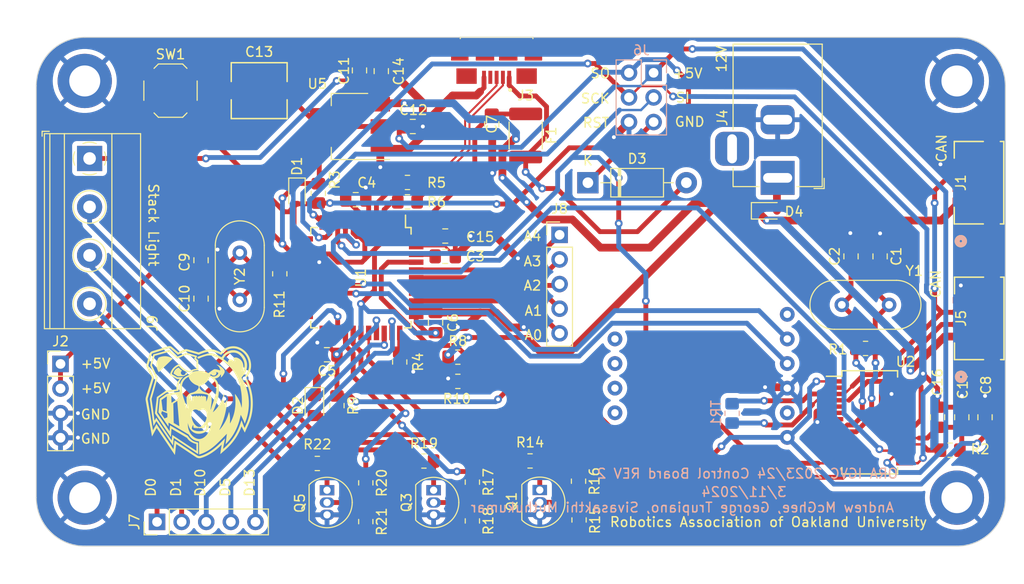
<source format=kicad_pcb>
(kicad_pcb (version 20240108) (generator "pcbnew") (generator_version "8.0")
  (layers (0 "F.Cu" signal) (31 "B.Cu" signal) (34 "B.Paste" user) (35 "F.Paste" user) (36 "B.SilkS" user "B.Silkscreen") (37 "F.SilkS" user "F.Silkscreen") (38 "B.Mask" user) (39 "F.Mask" user) (44 "Edge.Cuts" user))
  (net 0 "")
  (net 2 "Net-(U1-UCAP)")
  (net 3 "Net-(D2-A)")
  (net 4 "RST")
  (net 5 "Net-(Q1-D)")
  (net 6 "IMU_SCL")
  (net 7 "IMU_SDA")
  (net 9 "XTAL1")
  (net 10 "Net-(U1-~{HWB}{slash}PE2)")
  (net 11 "Net-(U1-AREF)")
  (net 12 "Net-(D3-A)")
  (net 15 "Net-(Q1-G)")
  (net 16 "LED_R")
  (net 17 "Net-(Q3-D)")
  (net 21 "CAN_L")
  (net 22 "CAN_H")
  (net 23 "Net-(U2-OSC2)")
  (net 24 "Net-(U2-OSC1)")
  (net 25 "Net-(U2-~{RESET})")
  (net 26 "CAN_INT")
  (net 27 "CAN_SCK")
  (net 28 "CAN_SI")
  (net 29 "CAN_SO")
  (net 30 "CAN_CS")
  (net 31 "+5V")
  (net 32 "GND")
  (net 33 "XTAL2")
  (net 35 "D+")
  (net 36 "D-")
  (net 39 "(USB) D-")
  (net 40 "(USB) D+")
  (net 41 "PWRIN")
  (net 42 "Net-(D4-A)")
  (net 43 "Norm_Voltage")
  (net 44 "Net-(Q3-G)")
  (net 46 "Net-(Q5-D)")
  (net 47 "Net-(Q5-G)")
  (net 48 "LED_G")
  (net 49 "LEDPWR_R")
  (net 50 "LED_B")
  (net 51 "LEDPWR_G")
  (net 52 "D0")
  (net 53 "D1")
  (net 54 "D10")
  (net 55 "D5")
  (net 56 "D13")
  (net 57 "A0")
  (net 58 "A1")
  (net 59 "A2")
  (net 60 "A3")
  (net 61 "A4")
  (net 67 "Net-(U2-TXD)")
  (net 68 "Net-(U2-RXD)")
  (net 72 "LEDPWR_B")
  (footprint "Package_QFP:TQFP-44_10x10mm_P0.8mm" (layer "F.Cu") (at 123.5 74.8 -90)
    (property "Reference" "U1")
    (property "Value" "ATmega32U4-A")
  )
  (footprint "Button_Switch_SMD:SW_SPST_TL3342" (layer "F.Cu") (at 103.85 55.5)
    (property "Reference" "SW1")
    (property "Value" "Reset")
  )
  (footprint "Capacitor_SMD:C_0805_2012Metric_Pad1.18x1.45mm_HandSolder" (layer "F.Cu") (at 137 58.9625 -90)
    (property "Reference" "C7")
    (property "Value" "10uF")
  )
  (footprint "Package_TO_SOT_THT:TO-92_Inline" (layer "F.Cu") (at 131 96.73 -90)
    (property "Reference" "Q3")
    (property "Value" "BS170")
  )
  (footprint "Capacitor_SMD:C_0805_2012Metric_Pad1.18x1.45mm_HandSolder" (layer "F.Cu") (at 107 76.9625 -90)
    (property "Reference" "C10")
    (property "Value" "22pF")
  )
  (footprint "Package_SO:SSOP-28_5.3x10.2mm_P0.65mm" (layer "F.Cu") (at 176 89.725)
    (property "Reference" "U2")
    (property "Value" "MCP25625-x-SS")
  )
  (footprint "MountingHole:MountingHole_3.2mm_M3_DIN965_Pad" (layer "F.Cu") (at 185 97.5)
    (property "Reference" "H1" (hide yes))
    (property "Value" "MountingHole_Pad")
  )
  (footprint "Crystal:Crystal_HC49-4H_Vertical" (layer "F.Cu") (at 173.12 77.6)
    (property "Reference" "Y1")
    (property "Value" "8Mhz")
  )
  (footprint "Capacitor_SMD:C_0805_2012Metric_Pad1.18x1.45mm_HandSolder" (layer "F.Cu") (at 177.07 72.6 -90)
    (property "Reference" "C1")
    (property "Value" "22pF")
  )
  (footprint "Capacitor_SMD:C_0805_2012Metric_Pad1.18x1.45mm_HandSolder" (layer "F.Cu") (at 107 73 -90)
    (property "Reference" "C9")
    (property "Value" "22pF")
  )
  (footprint "Resistor_SMD:R_0805_2012Metric_Pad1.20x1.40mm_HandSolder" (layer "F.Cu") (at 145.9525 95.8 -90)
    (property "Reference" "R16")
    (property "Value" "1k")
  )
  (footprint "Resistor_SMD:R_0805_2012Metric_Pad1.20x1.40mm_HandSolder" (layer "F.Cu") (at 115.125 74.4 -90)
    (property "Reference" "R11")
    (property "Value" "1M")
  )
  (footprint "MountingHole:MountingHole_3.2mm_M3_DIN965_Pad" (layer "F.Cu") (at 95 54.5)
    (property "Reference" "H3" (hide yes))
    (property "Value" "MountingHole_Pad")
  )
  (footprint "Package_TO_SOT_THT:TO-92_Inline" (layer "F.Cu") (at 120 96.73 -90)
    (property "Reference" "Q5")
    (property "Value" "BS170")
  )
  (footprint "MountingHole:MountingHole_3.2mm_M3_DIN965_Pad" (layer "F.Cu") (at 95 97.5)
    (property "Reference" "H2" (hide yes))
    (property "Value" "MountingHole_Pad")
  )
  (footprint "Package_TO_SOT_SMD:SOT-223-3_TabPin2" (layer "F.Cu") (at 122.35 59.2 180)
    (property "Reference" "U5")
    (property "Value" "NCP1117-5.0_SOT223")
  )
  (footprint "Capacitor_SMD:C_0805_2012Metric_Pad1.18x1.45mm_HandSolder" (layer "F.Cu") (at 187.9 89.2 90)
    (property "Reference" "C8")
    (property "Value" "100nF")
  )
  (footprint "Resistor_SMD:R_0805_2012Metric_Pad1.20x1.40mm_HandSolder" (layer "F.Cu") (at 121.025 88 -90)
    (property "Reference" "R9")
    (property "Value" "470")
  )
  (footprint "Capacitor_SMD:C_0805_2012Metric_Pad1.18x1.45mm_HandSolder" (layer "F.Cu") (at 122.9625 66.75 180)
    (property "Reference" "C4")
    (property "Value" "1uF")
  )
  (footprint "Resistor_SMD:R_0805_2012Metric_Pad1.20x1.40mm_HandSolder" (layer "F.Cu") (at 133.5 83)
    (property "Reference" "R8")
    (property "Value" "2.2k")
  )
  (footprint "Resistor_SMD:R_0805_2012Metric_Pad1.20x1.40mm_HandSolder" (layer "F.Cu") (at 135 99.9 -90)
    (property "Reference" "R18")
    (property "Value" "10k")
  )
  (footprint "Crystal:Crystal_HC49-4H_Vertical" (layer "F.Cu") (at 111 77.1 90)
    (property "Reference" "Y2")
    (property "Value" "16MHz")
  )
  (footprint "AdditionalParts:AMPHENOL_10118192-0002LF" (layer "F.Cu") (at 137.5 54.125 180)
    (property "Reference" "J3")
    (property "Value" "USB_B_Micro")
  )
  (footprint "Resistor_SMD:R_0805_2012Metric_Pad1.20x1.40mm_HandSolder" (layer "F.Cu") (at 175.57 82.1)
    (property "Reference" "R1")
    (property "Value" "1M")
  )
  (footprint "Resistor_SMD:R_0805_2012Metric_Pad1.20x1.40mm_HandSolder" (layer "F.Cu") (at 119 93.97)
    (property "Reference" "R22")
    (property "Value" "10k")
  )
  (footprint "Capacitor_SMD:C_0805_2012Metric_Pad1.18x1.45mm_HandSolder" (layer "F.Cu") (at 174.07 72.6 90)
    (property "Reference" "C2")
    (property "Value" "22pF")
  )
  (footprint "AdditionalParts:CONN_SM04B-GHS-TB_JST" (layer "F.Cu") (at 187.3 79 90)
    (property "Reference" "J5")
    (property "Value" "SM04B-GHS-TB")
  )
  (footprint "Custom_Parts:IMU_MOUNT" (layer "F.Cu") (at 148.44 97.63 90)
    (property "Reference" "U6" (hide yes))
    (property "Value" "IMU_MOUNT")
  )
  (footprint "Connector_PinHeader_2.54mm:PinHeader_1x04_P2.54mm_Vertical" (layer "F.Cu") (at 92.5 83.7)
    (property "Reference" "J2")
    (property "Value" "Conn_01x04_Pin")
  )
  (footprint "Connector_BarrelJack:BarrelJack_Horizontal" (layer "F.Cu") (at 166.5 64.5 -90)
    (property "Reference" "J4")
    (property "Value" "12V")
  )
  (footprint "Capacitor_SMD:C_0805_2012Metric_Pad1.18x1.45mm_HandSolder" (layer "F.Cu") (at 125.6 53.4875 -90)
    (property "Reference" "C14")
    (property "Value" "100nF")
  )
  (footprint "Resistor_SMD:R_0805_2012Metric_Pad1.20x1.40mm_HandSolder" (layer "F.Cu") (at 146.0075 99.8 -90)
    (property "Reference" "R15")
    (property "Value" "10k")
  )
  (footprint "Resistor_SMD:R_0805_2012Metric_Pad1.20x1.40mm_HandSolder" (layer "F.Cu") (at 135 95.9 -90)
    (property "Reference" "R17")
    (property "Value" "1k")
  )
  (footprint "Package_TO_SOT_THT:TO-92_Inline" (layer "F.Cu") (at 141.9525 96.71 -90)
    (property "Reference" "Q1")
    (property "Value" "BS170")
  )
  (footprint "Resistor_SMD:R_0805_2012Metric_Pad1.20x1.40mm_HandSolder" (layer "F.Cu") (at 128.3 64.975 180)
    (property "Reference" "R5")
    (property "Value" "22")
  )
  (footprint "Resistor_SMD:R_0805_2012Metric_Pad1.20x1.40mm_HandSolder" (layer "F.Cu") (at 130 93.72)
    (property "Reference" "R19")
    (property "Value" "10k")
  )
  (footprint "Diode_SMD:D_SOD-323" (layer "F.Cu") (at 165.4 67.9)
    (property "Reference" "D4")
    (property "Value" "PWRIN")
  )
  (footprint "Fuse:Fuse_1812_4532Metric_Pad1.30x3.40mm_HandSolder" (layer "F.Cu") (at 140.5 60.125 -90)
    (property "Reference" "F1")
    (property "Value" "MF-MSMF050-2")
  )
  (footprint "MountingHole:MountingHole_3.2mm_M3_DIN965_Pad" (layer "F.Cu") (at 185 54.5)
    (property "Reference" "H4" (hide yes))
    (property "Value" "MountingHole_Pad")
  )
  (footprint "Resistor_SMD:R_0805_2012Metric_Pad1.20x1.40mm_HandSolder" (layer "F.Cu") (at 140.9525 93.71)
    (property "Reference" "R14")
    (property "Value" "10k")
  )
  (footprint "Resistor_SMD:R_0805_2012Metric_Pad1.20x1.40mm_HandSolder" (layer "F.Cu") (at 119.1 66.1 90)
    (property "Reference" "R3")
    (property "Value" "10k")
  )
  (footprint "Resistor_SMD:R_0805_2012Metric_Pad1.20x1.40mm_HandSolder" (layer "F.Cu") (at 124 99.97 -90)
    (property "Reference" "R21")
    (property "Value" "10k")
  )
  (footprint "Capacitor_SMD:C_0805_2012Metric_Pad1.18x1.45mm_HandSolder" (layer "F.Cu") (at 119.9875 82.75 180)
    (property "Reference" "C5")
    (property "Value" "100nF")
  )
  (footprint "Capacitor_SMD:C_0805_2012Metric_Pad1.18x1.45mm_HandSolder" (layer "F.Cu") (at 123.35 53.4125 -90)
    (property "Reference" "C11")
    (property "Value" "10nF")
  )
  (footprint "AdditionalParts:CAP_WCAP-ASLI_05p0X05p5_WRE" (layer "F.Cu") (at 113 55.5 180)
    (property "Reference" "C13")
    (property "Value" "22uF")
  )
  (footprint "Capacitor_SMD:C_0805_2012Metric_Pad1.18x1.45mm_HandSolder" (layer "F.Cu") (at 132.2 70.5)
    (property "Reference" "C15")
    (property "Value" "1uF")
  )
  (footprint "Capacitor_SMD:C_0805_2012Metric_Pad1.18x1.45mm_HandSolder" (layer "F.Cu") (at 185.5 89.2 90)
    (property "Reference" "C17")
    (property "Value" "100nF")
  )
  (footprint "Capacitor_SMD:C_0805_2012Metric_Pad1.18x1.45mm_HandSolder" (layer "F.Cu") (at 131.2 79.4375 90)
    (property "Reference" "C6")
    (property "Value" "100nF")
  )
  (footprint "LED_SMD:LED_0805_2012Metric_Pad1.15x1.40mm_HandSolder" (layer "F.Cu") (at 118.7 88 -90)
    (property "Reference" "D2")
    (property "Value" "LED_Small")
  )
  (footprint "Capacitor_SMD:C_0805_2012Metric_Pad1.18x1.45mm_HandSolder" (layer "F.Cu") (at 128.85 59.2 180)
    (property "Reference" "C12")
    (property "Value" "100nF")
  )
  (footprint "Capacitor_SMD:C_0805_2012Metric_Pad1.18x1.45mm_HandSolder" (layer "F.Cu") (at 132.2 72.6 180)
    (property "Reference" "C3")
    (property "Value" "100nF")
  )
  (footprint "Connector_PinHeader_2.54mm:PinHeader_1x05_P2.54mm_Vertical" (layer "F.Cu") (at 144 70.38)
    (property "Reference" "J8")
    (property "Value" "Conn_01x05_Pin")
  )
  (footprint "Resistor_SMD:R_0805_2012Metric_Pad1.20x1.40mm_HandSolder" (layer "F.Cu") (at 184.3 92.6 180)
    (property "Reference" "R2")
    (property "Value" "10k")
  )
  (footprint "AdditionalParts:CONN_SM04B-GHS-TB_JST" (layer "F.Cu") (at 187.275699 65 90)
    (property "Reference" "J1")
    (property "Value" "SM04B-GHS-TB")
  )
  (footprint "Resistor_SMD:R_0805_2012Metric_Pad1.20x1.40mm_HandSolder" (layer "F.Cu") (at 124 95.97 -90)
    (property "Reference" "R20")
    (property "Value" "1k")
  )
  (footprint "AdditionalParts:ORA_Logo_V2" (layer "F.Cu") (at 106.8 87.7)
    (property "Reference" "G***" (hide yes))
    (property "Value" "LOGO" (hide yes))
  )
  (footprint "Capacitor_SMD:C_0805_2012Metric_Pad1.18x1.45mm_HandSolder" (layer "F.Cu") (at 183 89.2 90)
    (property "Reference" "C16")
    (property "Value" "100nF")
  )
  (footprint "Diode_SMD:D_SOD-323" (layer "F.Cu") (at 116.9 66.125 -90)
    (property "Reference" "D1")
    (property "Value" "rst")
  )
  (footprint "Resistor_SMD:R_0805_2012Metric_Pad1.20x1.40mm_HandSolder" (layer "F.Cu") (at 128.3 66.975)
    (property "Reference" "R6")
    (property "Value" "22")
  )
  (footprint "Diode_THT:D_DO-41_SOD81_P10.16mm_Horizontal" (layer "F.Cu") (at 146.92 65)
    (property "Reference" "D3")
    (property "Value" "1N5819")
  )
  (footprint "TerminalBlock_Phoenix:TerminalBlock_Phoenix_MKDS-1,5-4_1x04_P5.00mm_Horizontal" (layer "F.Cu") (at 95.5 62.5 -90)
    (property "Reference" "J9")
    (property "Value" "Stack Light")
  )
  (footprint "Resistor_SMD:R_0805_2012Metric_Pad1.20x1.40mm_HandSolder" (layer "F.Cu") (at 127.5 83.5 -90)
    (property "Reference" "R4")
    (property "Value" "10k")
  )
  (footprint "Resistor_SMD:R_0805_2012Metric_Pad1.20x1.40mm_HandSolder" (layer "F.Cu") (at 133.5 85.5)
    (property "Reference" "R10")
    (property "Value" "1.57k")
  )
  (footprint "Connector_PinHeader_2.54mm:PinHeader_1x05_P2.54mm_Vertical" (layer "F.Cu") (at 102.46 100 90)
    (property "Reference" "J7")
    (property "Value" "Conn_01x05_Pin")
  )
  (footprint "Resistor_SMD:R_0805_2012Metric_Pad1.20x1.40mm_HandSolder" (layer "B.Cu") (at 161.8 88.8 -90)
    (property "Reference" "TR1")
    (property "Value" "120")
  )
  (footprint "Connector_PinHeader_2.54mm:PinHeader_2x03_P2.54mm_Vertical" (layer "B.Cu") (at 153.7 53.66 180)
    (property "Reference" "J6")
    (property "Value" "Conn_02x03_Top_Bottom")
  )
  (gr_arc (start 90 55) (mid 91.464466 51.464466) (end 95 50) (stroke (width 0.1)) (layer "Edge.Cuts"))
  (gr_arc (start 95 102.5) (mid 91.464466 101.035534) (end 90 97.5) (stroke (width 0.1)) (layer "Edge.Cuts"))
  (gr_line (start 190 97.5) (end 190 55) (stroke (width 0.1)) (layer "Edge.Cuts"))
  (gr_line (start 185 50) (end 95 50) (stroke (width 0.1)) (layer "Edge.Cuts"))
  (gr_line (start 90 55) (end 90 97.5) (stroke (width 0.1)) (layer "Edge.Cuts"))
  (gr_arc (start 190 97.5) (mid 188.535534 101.035534) (end 185 102.5) (stroke (width 0.1)) (layer "Edge.Cuts"))
  (gr_arc (start 185 50) (mid 188.535534 51.464466) (end 190 55) (stroke (width 0.1)) (layer "Edge.Cuts"))
  (gr_line (start 95 102.5) (end 185 102.5) (stroke (width 0.1)) (layer "Edge.Cuts"))
  (gr_text "ORA IGVC 2023/24 Control Board REV 2" (at 179 95.6 0) (layer "B.SilkS") (effects (font (size 1 1)) (justify left bottom mirror)))
  (gr_text "Andrew McGhee, George Trupiano, Sivasakthi Muthukumar\n" (at 178.6 99.1 0) (layer "B.SilkS") (effects (font (size 1 1)) (justify left bottom mirror)))
  (gr_text "3/11/2024\n" (at 167.5 97.5 0) (layer "B.SilkS") (effects (font (size 1 1)) (justify left bottom mirror)))
  (gr_text "GND" (at 94.5 89.5 0) (layer "F.SilkS") (effects (font (size 1 1)) (justify left bottom)))
  (gr_text "D10" (at 107.5 97.5 90) (layer "F.SilkS") (effects (font (size 1 1)) (justify left bottom)))
  (gr_text "A4" (at 140.2 71.1 0) (layer "F.SilkS") (effects (font (size 1 1)) (justify left bottom)))
  (gr_text "Robotics Association of Oakland University" (at 149.1 100.6 0) (layer "F.SilkS") (effects (font (size 1 1)) (justify left bottom)))
  (gr_text "A1" (at 140.3 78.8 0) (layer "F.SilkS") (effects (font (size 1 1)) (justify left bottom)))
  (gr_text "A2" (at 140.2 76.2 0) (layer "F.SilkS") (effects (font (size 1 1)) (justify left bottom)))
  (gr_text "SO" (at 147.1 54.3 0) (layer "F.SilkS") (effects (font (size 1 1)) (justify left bottom)))
  (gr_text "A0" (at 140.3 81.3 0) (layer "F.SilkS") (effects (font (size 1 1)) (justify left bottom)))
  (gr_text "+5V" (at 94.5 84.25 0) (layer "F.SilkS") (effects (font (size 1 1)) (justify left bottom)))
  (gr_text "GND" (at 155.8 59.3 0) (layer "F.SilkS") (effects (font (size 1 1)) (justify left bottom)))
  (gr_text "D1" (at 105 97.5 90) (layer "F.SilkS") (effects (font (size 1 1)) (justify left bottom)))
  (gr_text "D13" (at 112.6 97.5 90) (layer "F.SilkS") (effects (font (size 1 1)) (justify left bottom)))
  (gr_text "RST" (at 146.3 59.4 0) (layer "F.SilkS") (effects (font (size 1 1)) (justify left bottom)))
  (gr_text "D0" (at 102.4 97.5 90) (layer "F.SilkS") (effects (font (size 1 1)) (justify left bottom)))
  (gr_text "Stack Light" (at 101.5 64.999998 -90) (layer "F.SilkS") (effects (font (size 1 1)) (justify left bottom)))
  (gr_text "D5" (at 110.1 97.5 90) (layer "F.SilkS") (effects (font (size 1 1)) (justify left bottom)))
  (gr_text "A3" (at 140.2 73.7 0) (layer "F.SilkS") (effects (font (size 1 1)) (justify left bottom)))
  (gr_text "GND" (at 94.5 92 0) (layer "F.SilkS") (effects (font (size 1 1)) (justify left bottom)))
  (gr_text "+5V" (at 94.5 86.8 0) (layer "F.SilkS") (effects (font (size 1 1)) (justify left bottom)))
  (gr_text "12V" (at 161.3 53.7 90) (layer "F.SilkS") (effects (font (size 1 1)) (justify left bottom)))
  (gr_text "CAN" (at 183.4 77 90) (layer "F.SilkS") (effects (font (size 1 1)) (justify left bottom)))
  (gr_text "+5V" (at 155.6 54.3 0) (layer "F.SilkS") (effects (font (size 1 1)) (justify left bottom)))
  (gr_text "SCK" (at 146.1 56.9 0) (layer "F.SilkS") (effects (font (size 1 1)) (justify left bottom)))
  (gr_text "SI\n" (at 155.9 56.8 0) (layer "F.SilkS") (effects (font (size 1 1)) (justify left bottom)))
  (gr_text "CAN" (at 184 63 90) (layer "F.SilkS") (effects (font (size 1 1)) (justify left bottom)))
  (segment (start 123.5 69.1) (end 123.5 68.238604) (width 0.5) (layer "F.Cu") (net 2))
  (segment (start 122.011396 66.75) (end 121.925 66.75) (width 0.5) (layer "F.Cu") (net 2))
  (segment (start 123.5 68.238604) (end 122.011396 66.75) (width 0.5) (layer "F.Cu") (net 2))
  (segment (start 121 89.025) (end 121.025 89) (width 0.5) (layer "F.Cu") (net 3))
  (segment (start 118.7 89.025) (end 121 89.025) (width 0.5) (layer "F.Cu") (net 3))
  (segment (start 116.6 68) (end 116.6 71.261396) (width 0.5) (layer "F.Cu") (net 4))
  (segment (start 119.025 67.175) (end 119.1 67.1) (width 0.5) (layer "F.Cu") (net 4))
  (segment (start 116.938604 71.6) (end 117.8 71.6) (width 0.5) (layer "F.Cu") (net 4))
  (segment (start 151.04 61.4) (end 153.7 58.74) (width 0.5) (layer "F.Cu") (net 4))
  (segment (start 107 57.4) (end 107 59.402082) (width 0.5) (layer "F.Cu") (net 4))
  (segment (start 140.247919 66.149999) (end 140.250001 66.149999) (width 0.5) (layer "F.Cu") (net 4))
  (segment (start 139.749999 66.647919) (end 140.247919 66.149999) (width 0.5) (layer "F.Cu") (net 4))
  (segment (start 116.25 67.8) (end 116.9 67.15) (width 0.5) (layer "F.Cu") (net 4))
  (segment (start 116.9 67.175) (end 119.025 67.175) (width 0.5) (layer "F.Cu") (net 4))
  (segment (start 139.2 67.2) (end 139.749999 66.650001) (width 0.5) (layer "F.Cu") (net 4))
  (segment (start 115.597918 68) (end 116.6 68) (width 0.5) (layer "F.Cu") (net 4))
  (segment (start 107 59.402082) (end 115.597918 68) (width 0.5) (layer "F.Cu") (net 4))
  (segment (start 116.9 67.15) (end 116.6 67.45) (width 0.5) (layer "F.Cu") (net 4))
  (segment (start 140.250001 66.149999) (end 145 61.4) (width 0.5) (layer "F.Cu") (net 4))
  (segment (start 119.1 67.1) (end 120.3 67.1) (width 0.5) (layer "F.Cu") (net 4))
  (segment (start 139.749999 66.650001) (end 139.749999 66.647919) (width 0.5) (layer "F.Cu") (net 4))
  (segment (start 116.6 67.45) (end 116.6 68) (width 0.5) (layer "F.Cu") (net 4))
  (segment (start 145 61.4) (end 151.04 61.4) (width 0.5) (layer "F.Cu") (net 4))
  (segment (start 100.7 57.4) (end 107 57.4) (width 0.5) (layer "F.Cu") (net 4))
  (segment (start 116.6 71.261396) (end 116.938604 71.6) (width 0.5) (layer "F.Cu") (net 4))
  (segment (start 137.5 67.2) (end 139.2 67.2) (width 0.5) (layer "F.Cu") (net 4))
  (via (at 137.5 67.2) (size 0.8) (drill 0.4) (layers "F.Cu" "B.Cu") (net 4))
  (via (at 120.3 67.1) (size 0.8) (drill 0.4) (layers "F.Cu" "B.Cu") (net 4))
  (segment (start 137.5 67.2) (end 137.4 67.1) (width 0.5) (layer "B.Cu") (net 4))
  (segment (start 137.4 67.1) (end 120.3 67.1) (width 0.5) (layer "B.Cu") (net 4))
  (segment (start 141.9525 93.71) (end 141.9525 96.71) (width 0.5) (layer "F.Cu") (net 5))
  (segment (start 123.8 75.449997) (end 123.649997 75.6) (width 0.5) (layer "F.Cu") (net 6))
  (segment (start 123.649997 75.6) (end 117.8 75.6) (width 0.5) (layer "F.Cu") (net 6))
  (via (at 123.8 75.449997) (size 0.8) (drill 0.4) (layers "F.Cu" "B.Cu") (net 6))
  (segment (start 136.897918 77.7) (end 141.397918 82.2) (width 0.5) (layer "B.Cu") (net 6))
  (segment (start 141.397918 82.2) (end 145.71005 82.2) (width 0.5) (layer "B.Cu") (net 6))
  (segment (start 145.71005 82.2) (end 149.71005 78.2) (width 0.5) (layer "B.Cu") (net 6))
  (segment (start 126.449997 75.449997) (end 128.7 77.7) (width 0.5) (layer "B.Cu") (net 6))
  (segment (start 128.7 77.7) (end 136.897918 77.7) (width 0.5) (layer "B.Cu") (net 6))
  (segment (start 123.8 75.449997) (end 126.449997 75.449997) (width 0.5) (layer "B.Cu") (net 6))
  (segment (start 149.71005 78.2) (end 164.57 78.2) (width 0.5) (layer "B.Cu") (net 6))
  (segment (start 164.57 78.2) (end 167.49 81.12) (width 0.5) (layer "B.Cu") (net 6))
  (segment (start 122.9505 76.4) (end 117.8 76.4) (width 0.5) (layer "F.Cu") (net 7))
  (segment (start 123 76.4495) (end 122.9505 76.4) (width 0.5) (layer "F.Cu") (net 7))
  (via (at 123 76.4495) (size 0.8) (drill 0.4) (layers "F.Cu" "B.Cu") (net 7))
  (segment (start 149.4 79.5) (end 163.33 79.5) (width 0.5) (layer "B.Cu") (net 7))
  (segment (start 146 82.9) (end 149.4 79.5) (width 0.5) (layer "B.Cu") (net 7))
  (segment (start 136.5 78.4) (end 141 82.9) (width 0.5) (layer "B.Cu") (net 7))
  (segment (start 123 76.4495) (end 126.3495 76.4495) (width 0.5) (layer "B.Cu") (net 7))
  (segment (start 126.3495 76.4495) (end 128.3 78.4) (width 0.5) (layer "B.Cu") (net 7))
  (segment (start 163.33 79.5) (end 167.49 83.66) (width 0.5) (layer "B.Cu") (net 7))
  (segment (start 141 82.9) (end 146 82.9) (width 0.5) (layer "B.Cu") (net 7))
  (segment (start 128.3 78.4) (end 136.5 78.4) (width 0.5) (layer "B.Cu") (net 7))
  (segment (start 112.7 75.4) (end 111 77.1) (width 0.5) (layer "F.Cu") (net 9))
  (segment (start 115.125 75.4) (end 112.7 75.4) (width 0.5) (layer "F.Cu") (net 9))
  (segment (start 115.725 74.8) (end 117.8 74.8) (width 0.5) (layer "F.Cu") (net 9))
  (segment (start 115.125 75.4) (end 115.725 74.8) (width 0.5) (layer "F.Cu") (net 9))
  (segment (start 109.775 75.875) (end 111 77.1) (width 0.5) (layer "F.Cu") (net 9))
  (segment (start 107.275 75.875) (end 109.775 75.875) (width 0.5) (layer "F.Cu") (net 9))
  (segment (start 127.5 82.5) (end 127.5 80.5) (width 0.5) (layer "F.Cu") (net 10))
  (segment (start 131.0625 72.4) (end 129.2 72.4) (width 0.5) (layer "F.Cu") (net 11))
  (segment (start 131.1625 72.5) (end 131.0625 72.4) (width 0.5) (layer "F.Cu") (net 11))
  (segment (start 142.65 57.15) (end 141.55 56.05) (width 0.5) (layer "F.Cu") (net 12))
  (segment (start 152.03 70.05) (end 148.161041 70.05) (width 0.5) (layer "F.Cu") (net 12))
  (segment (start 140.5 62.35) (end 142.65 60.2) (width 0.5) (layer "F.Cu") (net 12))
  (segment (start 148.161041 70.05) (end 143.711041 65.6) (width 0.5) (layer "F.Cu") (net 12))
  (segment (start 140.5 63.9) (end 140.5 62.35) (width 0.5) (layer "F.Cu") (net 12))
  (segment (start 138.8 54.95) (end 138.8 54.125) (width 0.5) (layer "F.Cu") (net 12))
  (segment (start 141.55 56.05) (end 139.9 56.05) (width 0.5) (layer "F.Cu") (net 12))
  (segment (start 142.2 65.6) (end 142.3 65.6) (width 0.5) (layer "F.Cu") (net 12))
  (segment (start 157.08 65) (end 152.03 70.05) (width 0.5) (layer "F.Cu") (net 12))
  (segment (start 139.9 56.05) (end 138.8 54.95) (width 0.5) (layer "F.Cu") (net 12))
  (segment (start 142.65 60.2) (end 142.65 57.15) (width 0.5) (layer "F.Cu") (net 12))
  (segment (start 143.711041 65.6) (end 142.2 65.6) (width 0.5) (layer "F.Cu") (net 12))
  (via (at 142.2 65.6) (size 0.8) (drill 0.4) (layers "F.Cu" "B.Cu") (net 12))
  (via (at 140.5 63.9) (size 0.8) (drill 0.4) (layers "F.Cu" "B.Cu") (net 12))
  (segment (start 140.5 63.9) (end 142.2 65.6) (width 0.5) (layer "B.Cu") (net 12))
  (segment (start 145.1875 97.98) (end 146.0075 98.8) (width 0.5) (layer "F.Cu") (net 15))
  (segment (start 141.9525 97.98) (end 145.1875 97.98) (width 0.5) (layer "F.Cu") (net 15))
  (segment (start 146.0075 98.8) (end 146.0075 96.855) (width 0.5) (layer "F.Cu") (net 15))
  (segment (start 146.0075 96.855) (end 145.9525 96.8) (width 0.5) (layer "F.Cu") (net 15))
  (segment (start 138.0425 91.8) (end 139.9525 93.71) (width 0.5) (layer "F.Cu") (net 16))
  (segment (start 111.5 85.2) (end 111.5 85.3) (width 0.5) (layer "F.Cu") (net 16))
  (segment (start 118 91.8) (end 138.0425 91.8) (width 0.5) (layer "F.Cu") (net 16))
  (segment (start 111.5 85.3) (end 118 91.8) (width 0.5) (layer "F.Cu") (net 16))
  (via (at 111.5 85.2) (size 0.8) (drill 0.4) (layers "F.Cu" "B.Cu") (net 16))
  (segment (start 95.5 69.202082) (end 95.5 67.5) (width 0.5) (layer "B.Cu") (net 16))
  (segment (start 111.497918 85.2) (end 95.5 69.202082) (width 0.5) (layer "B.Cu") (net 16))
  (segment (start 111.5 85.2) (end 111.497918 85.2) (width 0.5) (layer "B.Cu") (net 16))
  (segment (start 131 93.72) (end 131 96.73) (width 0.5) (layer "F.Cu") (net 17))
  (segment (start 183.425 78.375) (end 185.4243 78.375) (width 0.5) (layer "F.Cu") (net 21))
  (segment (start 182.7 75.9) (end 182.7 77.65) (width 0.5) (layer "F.Cu") (net 21))
  (segment (start 182.7 77.65) (end 183.425 78.375) (width 0.5) (layer "F.Cu") (net 21))
  (segment (start 169.1 87.5) (end 169.8 86.8) (width 0.5) (layer "F.Cu") (net 21))
  (segment (start 184.125 64.375) (end 185.399999 64.375) (width 0.5) (layer "F.Cu") (net 21))
  (segment (start 177 84.8) (end 183.425 78.375) (width 0.5) (layer "F.Cu") (net 21))
  (segment (start 175.4 84.8) (end 177 84.8) (width 0.5) (layer "F.Cu") (net 21))
  (segment (start 172.4 86.8) (end 173.4 86.8) (width 0.25) (layer "F.Cu") (net 21))
  (segment (start 172.4 86.8) (end 170.6 86.8) (width 0.25) (layer "F.Cu") (net 21))
  (segment (start 173.4 86.8) (end 174.2 86) (width 0.25) (layer "F.Cu") (net 21))
  (segment (start 165.1 87.5) (end 169.1 87.5) (width 0.5) (layer "F.Cu") (net 21))
  (segment (start 174.2 86) (end 175.4 84.8) (width 0.5) (layer "F.Cu") (net 21))
  (segment (start 182.7 67.1) (end 182.7 65.8) (width 0.5) (layer "F.Cu") (net 21))
  (segment (start 169.8 86.8) (end 170.6 86.8) (width 0.5) (layer "F.Cu") (net 21))
  (segment (start 182.7 65.8) (end 184.125 64.375) (width 0.5) (layer "F.Cu") (net 21))
  (via (at 165.1 87.5) (size 0.8) (drill 0.4) (layers "F.Cu" "B.Cu") (net 21))
  (via (at 182.7 67.1) (size 0.8) (drill 0.4) (layers "F.Cu" "B.Cu") (net 21))
  (via (at 182.7 75.9) (size 0.8) (drill 0.4) (layers "F.Cu" "B.Cu") (net 21))
  (segment (start 165.072 87.528) (end 165.1 87.5) (width 0.5) (layer "B.Cu") (net 21))
  (segment (start 162.072 87.528) (end 165.072 87.528) (width 0.5) (layer "B.Cu") (net 21))
  (segment (start 161.8 87.8) (end 162.072 87.528) (width 0.5) (layer "B.Cu") (net 21))
  (segment (start 182.7 67.1) (end 182.7 75.9) (width 0.5) (layer "B.Cu") (net 21))
  (segment (start 186.675 79.625) (end 185.4243 79.625) (width 0.5) (layer "F.Cu") (net 22))
  (segment (start 177.55 85.5) (end 183.425 79.625) (width 0.5) (layer "F.Cu") (net 22))
  (segment (start 185.399999 65.625) (end 186.231099 65.625) (width 0.5) (layer "F.Cu") (net 22))
  (segment (start 165.3 90) (end 165.1 89.8) (width 0.5) (layer "F.Cu") (net 22))
  (segment (start 187.5 78.8) (end 186.675 79.625) (width 0.5) (layer "F.Cu") (net 22))
  (segment (start 170.1 87.9) (end 170.55 87.45) (width 0.25) (layer "F.Cu") (net 22))
  (segment (start 173.85 87.45) (end 175.8 85.5) (width 0.5) (layer "F.Cu") (net 22))
  (segment (start 175.8 85.5) (end 177.55 85.5) (width 0.5) (layer "F.Cu") (net 22))
  (segment (start 170.55 87.45) (end 172.4 87.45) (width 0.25) (layer "F.Cu") (net 22))
  (segment (start 183.425 79.625) (end 185.4243 79.625) (width 0.5) (layer "F.Cu") (net 22))
  (segment (start 187.5 66.893901) (end 187.5 78.8) (width 0.5) (layer "F.Cu") (net 22))
  (segment (start 186.231099 65.625) (end 187.5 66.893901) (width 0.5) (layer "F.Cu") (net 22))
  (segment (start 168 90) (end 165.3 90) (width 0.5) (layer "F.Cu") (net 22))
  (segment (start 170.1 87.9) (end 168 90) (width 0.5) (layer "F.Cu") (net 22))
  (segment (start 172.4 87.45) (end 173.85 87.45) (width 0.25) (layer "F.Cu") (net 22))
  (via (at 165.1 89.8) (size 0.8) (drill 0.4) (layers "F.Cu" "B.Cu") (net 22))
  (segment (start 161.8 89.8) (end 165.1 89.8) (width 0.5) (layer "B.Cu") (net 22))
  (segment (start 174.57 82.1) (end 174.57 79.05) (width 0.5) (layer "F.Cu") (net 23))
  (segment (start 174.57 82.1) (end 174.57 83.57) (width 0.5) (layer "F.Cu") (net 23))
  (segment (start 173.7 90) (end 173.65 90.05) (width 0.5) (layer "F.Cu") (net 23))
  (segment (start 175.240632 89.059368) (end 174.3 90) (width 0.5) (layer "F.Cu") (net 23))
  (segment (start 175.240632 87.532167) (end 175.240632 89.059368) (width 0.5) (layer "F.Cu") (net 23))
  (segment (start 174.57 83.57) (end 174.6 83.6) (width 0.5) (layer "F.Cu") (net 23))
  (segment (start 174.57 79.05) (end 173.12 77.6) (width 0.5) (layer "F.Cu") (net 23))
  (segment (start 174.07 76.65) (end 173.12 77.6) (width 0.5) (layer "F.Cu") (net 23))
  (segment (start 174.07 73.6375) (end 174.07 76.65) (width 0.5) (layer "F.Cu") (net 23))
  (segment (start 172.4 90.05) (end 173.65 90.05) (width 0.25) (layer "F.Cu") (net 23))
  (segment (start 174.3 90) (end 173.7 90) (width 0.5) (layer "F.Cu") (net 23))
  (via (at 175.240632 87.532167) (size 0.8) (drill 0.4) (layers "F.Cu" "B.Cu") (net 23))
  (via (at 174.6 83.6) (size 0.8) (drill 0.4) (layers "F.Cu" "B.Cu") (net 23))
  (segment (start 175.25 84.25) (end 174.6 83.6) (width 0.5) (layer "B.Cu") (net 23))
  (segment (start 175.240632 87.532167) (end 175.25 87.522799) (width 0.5) (layer "B.Cu") (net 23))
  (segment (start 175.25 87.522799) (end 175.25 84.25) (width 0.5) (layer "B.Cu") (net 23))
  (segment (start 176.57 83.57) (end 176.6 83.6) (width 0.5) (layer "F.Cu") (net 24))
  (segment (start 176.57 82.1) (end 176.57 79.03) (width 0.5) (layer "F.Cu") (net 24))
  (segment (start 172.4 90.7) (end 174 90.7) (width 0.25) (layer "F.Cu") (net 24))
  (segment (start 176.2 89.1) (end 174.6 90.7) (width 0.5) (layer "F.Cu") (net 24))
  (segment (start 176.57 82.1) (end 176.57 83.3) (width 0.5) (layer "F.Cu") (net 24))
  (segment (start 176.2 87.25) (end 176.2 89.1) (width 0.5) (layer "F.Cu") (net 24))
  (segment (start 174.6 90.7) (end 174 90.7) (width 0.5) (layer "F.Cu") (net 24))
  (segment (start 176.57 79.03) (end 178 77.6) (width 0.5) (layer "F.Cu") (net 24))
  (segment (start 177.07 76.67) (end 178 77.6) (width 0.5) (layer "F.Cu") (net 24))
  (segment (start 177.07 73.6375) (end 177.07 76.67) (width 0.5) (layer "F.Cu") (net 24))
  (via (at 176.6 83.6) (size 0.8) (drill 0.4) (layers "F.Cu" "B.Cu") (net 24))
  (via (at 176.2 87.25) (size 0.8) (drill 0.4) (layers "F.Cu" "B.Cu") (net 24))
  (segment (start 176.6 85.1) (end 176.6 83.6) (width 0.5) (layer "B.Cu") (net 24))
  (segment (start 176.2 85.5) (end 176.6 85.1) (width 0.5) (layer "B.Cu") (net 24))
  (segment (start 176.2 87.25) (end 176.2 85.5) (width 0.5) (layer "B.Cu") (net 24))
  (segment (start 181.5 92.1) (end 182 92.6) (width 0.5) (layer "F.Cu") (net 25))
  (segment (start 182 92.6) (end 183.3 92.6) (width 0.5) (layer "F.Cu") (net 25))
  (segment (start 179.6 92) (end 181.4 92) (width 0.25) (layer "F.Cu") (net 25))
  (segment (start 181.4 92) (end 181.5 92.1) (width 0.25) (layer "F.Cu") (net 25))
  (segment (start 145.8 90.1) (end 131.1 90.1) (width 0.5) (layer "F.Cu") (net 26))
  (segment (start 124.3 83.3) (end 124.3 82.9201) (width 0.5) (layer "F.Cu") (net 26))
  (segment (start 174.1 93.65) (end 174.1 94.5) (width 0.5) (layer "F.Cu") (net 26))
  (segment (start 173.2 95.4) (end 151.1 95.4) (width 0.5) (layer "F.Cu") (net 26))
  (segment (start 174.1 94.5) (end 173.2 95.4) (width 0.5) (layer "F.Cu") (net 26))
  (segment (start 131.1 90.1) (end 124.3 83.3) (width 0.5) (layer "F.Cu") (net 26))
  (segment (start 173.75 93.3) (end 174.1 93.65) (width 0.5) (layer "F.Cu") (net 26))
  (segment (start 151.1 95.4) (end 145.8 90.1) (width 0.5) (layer "F.Cu") (net 26))
  (segment (start 124.3 82.9201) (end 124.3 80.5) (width 0.25) (layer "F.Cu") (net 26))
  (segment (start 172.4 93.3) (end 173.75 93.3) (width 0.25) (layer "F.Cu") (net 26))
  (segment (start 164.55 93.95) (end 152.9 82.3) (width 0.5) (layer "F.Cu") (net 27))
  (segment (start 121.1 71.1) (end 121.1 69.1) (width 0.5) (layer "F.Cu") (net 27))
  (segment (start 150.1 69.2) (end 150.1 64.5) (width 0.5) (layer "F.Cu") (net 27))
  (segment (start 152.9 82.3) (end 152.9 77.2) (width 0.5) (layer "F.Cu") (net 27))
  (segment (start 121.5 71.5) (end 121.1 71.1) (width 0.5) (layer "F.Cu") (net 27))
  (segment (start 172.4 93.95) (end 170.7 93.95) (width 0.25) (layer "F.Cu") (net 27))
  (segment (start 170.7 93.95) (end 164.55 93.95) (width 0.5) (layer "F.Cu") (net 27))
  (via (at 150.1 69.2) (size 0.8) (drill 0.4) (layers "F.Cu" "B.Cu") (net 27))
  (via (at 121.5 71.5) (size 0.8) (drill 0.4) (layers "F.Cu" "B.Cu") (net 27))
  (via (at 150.1 64.5) (size 0.8) (drill 0.4) (layers "F.Cu" "B.Cu") (net 27))
  (via (at 152.9 77.2) (size 0.8) (drill 0.4) (layers "F.Cu" "B.Cu") (net 27))
  (segment (start 122.3 72.3) (end 137.25 72.3) (width 0.5) (layer "B.Cu") (net 27))
  (segment (start 150.1 71.6) (end 152.9 74.4) (width 0.5) (layer "B.Cu") (net 27))
  (segment (start 152.4 57.5) (end 153.7 56.2) (width 0.25) (layer "B.Cu") (net 27))
  (segment (start 121.5 71.5) (end 122.3 72.3) (width 0.5) (layer "B.Cu") (net 27))
  (segment (start 150.18317 57.5) (end 152.4 57.5) (width 0.25) (layer "B.Cu") (net 27))
  (segment (start 148 62.4) (end 145.28317 62.4) (width 0.5) (layer "B.Cu") (net 27))
  (segment (start 152.9 74.4) (end 152.9 77.2) (width 0.5) (layer "B.Cu") (net 27))
  (segment (start 145.28317 62.4) (end 145.241585 62.441585) (width 0.5) (layer "B.Cu") (net 27))
  (segment (start 143.8 65.75) (end 143.8 63.88317) (width 0.5) (layer "B.Cu") (net 27))
  (segment (start 143.8 63.88317) (end 145.241585 62.441585) (width 0.5) (layer "B.Cu") (net 27))
  (segment (start 137.25 72.3) (end 143.8 65.75) (width 0.5) (layer "B.Cu") (net 27))
  (segment (start 150.1 64.5) (end 148 62.4) (width 0.5) (layer "B.Cu") (net 27))
  (segment (start 145.241585 62.441585) (end 150.18317 57.5) (width 0.5) (layer "B.Cu") (net 27))
  (segment (start 150.1 69.2) (end 150.1 71.6) (width 0.5) (layer "B.Cu") (net 27))
  (segment (start 120.3 70.225) (end 120.3 69.1) (width 0.5) (layer "F.Cu") (net 28))
  (segment (start 152.335 55.025) (end 154.625 55.025) (width 0.25) (layer "F.Cu") (net 28))
  (segment (start 119.150002 70.65) (end 119.150002 70.66158) (width 0.5) (layer "F.Cu") (net 28))
  (segment (start 146.9 52.7) (end 147.66 52.7) (width 0.5) (layer "F.Cu") (net 28))
  (segment (start 180.95 93.95) (end 179.6 93.95) (width 0.25) (layer "F.Cu") (net 28))
  (segment (start 119.150002 70.65) (end 119.875 70.65) (width 0.5) (layer "F.Cu") (net 28))
  (segment (start 147.66 52.7) (end 151.16 56.2) (width 0.5) (layer "F.Cu") (net 28))
  (segment (start 119.875 70.65) (end 120.3 70.225) (width 0.5) (layer "F.Cu") (net 28))
  (segment (start 181.5 93.4) (end 180.95 93.95) (width 0.25) (layer "F.Cu") (net 28))
  (segment (start 151.16 56.2) (end 152.335 55.025) (width 0.25) (layer "F.Cu") (net 28))
  (segment (start 154.625 55.025) (end 155.7 56.1) (width 0.25) (layer "F.Cu") (net 28))
  (via (at 155.7 56.1) (size 0.8) (drill 0.4) (layers "F.Cu" "B.Cu") (net 28))
  (via (at 119.150002 70.65) (size 0.8) (drill 0.4) (layers "F.Cu" "B.Cu") (net 28))
  (via (at 181.5 93.4) (size 0.8) (drill 0.4) (layers "F.Cu" "B.Cu") (net 28))
  (via (at 146.9 52.7) (size 0.8) (drill 0.4) (layers "F.Cu" "B.Cu") (net 28))
  (segment (start 146.85 52.75) (end 146.9 52.7) (width 0.5) (layer "B.Cu") (net 28))
  (segment (start 181.9 69.8) (end 168.24 56.14) (width 0.5) (layer "B.Cu") (net 28))
  (segment (start 181.5 86.8) (end 182.6 85.7) (width 0.5) (layer "B.Cu") (net 28))
  (segment (start 130.847918 52.75) (end 146.85 52.75) (width 0.5) (layer "B.Cu") (net 28))
  (segment (start 155.7 56.1) (end 155.7 56.14) (width 0.5) (layer "B.Cu") (net 28))
  (segment (start 117.5 68.999998) (end 117.5 66.097918) (width 0.5) (layer "B.Cu") (net 28))
  (segment (start 182.6 85.7) (end 182.6 77.002082) (width 0.5) (layer "B.Cu") (net 28))
  (segment (start 181.5 93.4) (end 181.5 86.8) (width 0.5) (layer "B.Cu") (net 28))
  (segment (start 117.5 66.097918) (end 130.847918 52.75) (width 0.5) (layer "B.Cu") (net 28))
  (segment (start 182.6 77.002082) (end 181.85 76.252082) (width 0.5) (layer "B.Cu") (net 28))
  (segment (start 119.150002 70.65) (end 117.5 68.999998) (width 0.5) (layer "B.Cu") (net 28))
  (segment (start 181.9 75.497918) (end 181.9 69.8) (width 0.5) (layer "B.Cu") (net 28))
  (segment (start 181.85 76.252082) (end 181.85 75.547918) (width 0.5) (layer "B.Cu") (net 28))
  (segment (start 181.85 75.547918) (end 181.9 75.497918) (width 0.5) (layer "B.Cu") (net 28))
  (segment (start 168.24 56.14) (end 155.7 56.1) (width 0.5) (layer "B.Cu") (net 28))
  (segment (start 118.587388 68.298797) (end 118.698797 68.298797) (width 0.5) (layer "F.Cu") (net 29))
  (segment (start 153.7 53.66) (end 156.16 51.2) (width 0.5) (layer "F.Cu") (net 29))
  (segment (start 177.8 93.9) (end 178.4 93.3) (width 0.25) (layer "F.Cu") (net 29))
  (segment (start 118.698797 68.298797) (end 119.5 69.1) (width 0.5) (layer "F.Cu") (net 29))
  (segment (start 178.4 93.3) (end 179.6 93.3) (width 0.25) (layer "F.Cu") (net 29))
  (segment (start 156.16 51.2) (end 157.7 51.2) (width 0.5) (layer "F.Cu") (net 29))
  (via (at 177.8 93.9) (size 0.8) (drill 0.4) (layers "F.Cu" "B.Cu") (net 29))
  (via (at 157.7 51.2) (size 0.8) (drill 0.4) (layers "F.Cu" "B.Cu") (net 29))
  (via (at 118.587388 68.298797) (size 0.8) (drill 0.4) (layers "F.Cu" "B.Cu") (net 29))
  (segment (start 149.6 55.16) (end 149.6 55.1) (width 0.5) (layer "B.Cu") (net 29))
  (segment (start 169.1 51.2) (end 183.85 65.95) (width 0.5) (layer "B.Cu") (net 29))
  (segment (start 118.587388 68.298797) (end 118.2 67.911409) (width 0.5) (layer "B.Cu") (net 29))
  (segment (start 183.85 65.95) (end 183.85 92.252082) (width 0.5) (layer "B.Cu") (net 29))
  (segment (start 157.7 51.2) (end 169.1 51.2) (width 0.5) (layer "B.Cu") (net 29))
  (segment (start 183.85 92.252082) (end 181.202082 94.9) (width 0.5) (layer "B.Cu") (net 29))
  (segment (start 149.6 55.1) (end 148.7 56) (width 0.5) (layer "B.Cu") (net 29))
  (segment (start 142.71 62.05) (end 149.6 55.16) (width 0.5) (layer "B.Cu") (net 29))
  (segment (start 122.95 62.05) (end 142.71 62.05) (width 0.5) (layer "B.Cu") (net 29))
  (segment (start 153.7 53.66) (end 152.335 55.025) (width 0.25) (layer "B.Cu") (net 29))
  (segment (start 181.202082 94.9) (end 178.8 94.9) (width 0.5) (layer "B.Cu") (net 29))
  (segment (start 118.2 66.8) (end 122.95 62.05) (width 0.5) (layer "B.Cu") (net 29))
  (segment (start 149.675 55.025) (end 148.7 56) (width 0.25) (layer "B.Cu") (net 29))
  (segment (start 178.8 94.9) (end 177.8 93.9) (width 0.5) (layer "B.Cu") (net 29))
  (segment (start 152.335 55.025) (end 149.675 55.025) (width 0.25) (layer "B.Cu") (net 29))
  (segment (start 118.2 67.911409) (end 118.2 66.8) (width 0.5) (layer "B.Cu") (net 29))
  (segment (start 121.9 70.38995) (end 122.9 71.38995) (width 0.5) (layer "F.Cu") (net 30))
  (segment (start 177.15 92.65) (end 177 92.5) (width 0.25) (layer "F.Cu") (net 30))
  (segment (start 179.6 92.65) (end 177.15 92.65) (width 0.25) (layer "F.Cu") (net 30))
  (segment (start 122.9 71.38995) (end 123 71.4) (width 0.5) (layer "F.Cu") (net 30))
  (segment (start 121.9 69.1) (end 121.9 70.38995) (width 0.5) (layer "F.Cu") (net 30))
  (segment (start 123 71.4) (end 122.9 71.4) (width 0.5) (layer "F.Cu") (net 30))
  (via (at 177 92.5) (size 0.8) (drill 0.4) (layers "F.Cu" "B.Cu") (net 30))
  (via (at 123 71.4) (size 0.8) (drill 0.4) (layers "F.Cu" "B.Cu") (net 30))
  (segment (start 121.297918 70.5) (end 120.65 71.147918) (width 0.5) (layer "B.Cu") (net 30))
  (segment (start 173.35 82.725973) (end 173.35 88.85) (width 0.5) (layer "B.Cu") (net 30))
  (segment (start 123 71.4) (end 122.1 70.5) (width 0.5) (layer "B.Cu") (net 30))
  (segment (start 158.224027 67.6) (end 173.35 82.725973) (width 0.5) (layer "B.Cu") (net 30))
  (segment (start 173.35 88.85) (end 177 92.5) (width 0.5) (layer "B.Cu") (net 30))
  (segment (start 143.2 67.6) (end 158.224027 67.6) (width 0.5) (layer "B.Cu") (net 30))
  (segment (start 120.65 71.147918) (end 120.65 72.147918) (width 0.5) (layer "B.Cu") (net 30))
  (segment (start 133.78 74.22) (end 135 73) (width 0.5) (layer "B.Cu") (net 30))
  (segment (start 122.1 70.5) (end 121.297918 70.5) (width 0.5) (layer "B.Cu") (net 30))
  (segment (start 120.65 72.147918) (end 122.722082 74.22) (width 0.5) (layer "B.Cu") (net 30))
  (segment (start 122.722082 74.22) (end 133.78 74.22) (width 0.5) (layer "B.Cu") (net 30))
  (segment (start 135 73) (end 137.8 73) (width 0.5) (layer "B.Cu") (net 30))
  (segment (start 137.8 73) (end 143.2 67.6) (width 0.5) (layer "B.Cu") (net 30))
  (segment (start 185.5 90.2375) (end 183.05 90.2375) (width 0.5) (layer "F.Cu") (net 31))
  (segment (start 185.5 90.2375) (end 187.9 90.2375) (width 0.5) (layer "F.Cu") (net 31))
  (segment (start 140.4875 57.9125) (end 140.5 57.9) (width 0.5) (layer "F.Cu") (net 31))
  (segment (start 121 82.7) (end 121 82.725) (width 0.5) (layer "F.Cu") (net 31))
  (segment (start 123.5 77.5) (end 124.9 76.1) (width 0.5) (layer "F.Cu") (net 31))
  (segment (start 129.2 78.8) (end 129.2 79.4) (width 0.5) (layer "F.Cu") (net 31))
  (segment (start 126 70.8) (end 129.2 70.8) (width 0.5) (layer "F.Cu") (net 31))
  (segment (start 149.52 62.4) (end 146.92 65) (width 0.5) (layer "F.Cu") (net 31))
  (segment (start 126 70.8) (end 126.7 70.1) (width 0.5) (layer "F.Cu") (net 31))
  (segment (start 123.9 71.097918) (end 123.352082 70.55) (width 0.5) (layer "F.Cu") (net 31))
  (segment (start 122.4 87) (end 121.025 87) (width 0.5) (layer "F.Cu") (net 31))
  (segment (start 126.7 70.1) (end 126.7 69.1) (width 0.5) (layer "F.Cu") (net 31))
  (segment (start 157.3 54.6) (end 157.3 60.902082) (width 0.5) (layer "F.Cu") (net 31))
  (segment (start 160.7 92.2) (end 160 92.9) (width 0.5) (layer "F.Cu") (net 31))
  (segment (start 92.5 83.7) (end 92.5 86.24) (width 0.5) (layer "F.Cu") (net 31))
  (segment (start 151.9 92.9) (end 145 86) (width 0.5) (layer "F.Cu") (net 31))
  (segment (start 106.55 69.65) (end 113.75 69.65) (width 0.5) (layer "F.Cu") (net 31))
  (segment (start 121.1 73.2) (end 123.6 73.2) (width 0.5) (layer "F.Cu") (net 31))
  (segment (start 123.9 72.9) (end 123.9 71.097918) (width 0.5) (layer "F.Cu") (net 31))
  (segment (start 113.75 69.65) (end 115.4 71.3) (width 0.5) (layer "F.Cu") (net 31))
  (segment (start 119.075 65.075) (end 119.1 65.1) (width 0.5) (layer "F.Cu") (net 31))
  (segment (start 130.275 80.475) (end 131.2 80.475) (width 0.5) (layer "F.Cu") (net 31))
  (segment (start 123.05 70.55) (end 122.7 70.2) (width 0.5) (layer "F.Cu") (net 31))
  (segment (start 122.7 70.2) (end 122.7 69.1) (width 0.5) (layer "F.Cu") (net 31))
  (segment (start 92.5 83.7) (end 106.55 69.65) (width 0.5) (layer "F.Cu") (net 31))
  (segment (start 187.9 91.1) (end 187.9 90.2375) (width 0.5) (layer "F.Cu") (net 31))
  (segment (start 177.699695 86.075) (end 179.525 86.075) (width 0.25) (layer "F.Cu") (net 31))
  (segment (start 125.5 59.2) (end 127.8125 59.2) (width 0.5) (layer "F.Cu") (net 31))
  (segment (start 119.2 59.2) (end 119.2 65) (width 0.5) (layer "F.Cu") (net 31))
  (segment (start 156.1 53.4) (end 157.3 54.6) (width 0.5) (layer "F.Cu") (net 31))
  (segment (start 177.95 91.35) (end 177.2 90.6) (width 0.5) (layer "F.Cu") (net 31))
  (segment (start 135.25 63.75) (end 135.25 59.7125) (width 0.5) (layer "F.Cu") (net 31))
  (segment (start 129.2 70.8) (end 130.8625 70.8) (width 0.5) (layer "F.Cu") (net 31))
  (segment (start 121 82.725) (end 121.025 82.75) (width 0.5) (layer "F.Cu") (net 31))
  (segment (start 116.5 72.4) (end 115.4 71.3) (width 0.5) (layer "F.Cu") (net 31))
  (segment (start 130.8625 70.8) (end 131.1625 70.5) (width 0.5) (layer "F.Cu") (net 31))
  (segment (start 120.975 82.7) (end 121 82.7) (width 0.5) (layer "F.Cu") (net 31))
  (segment (start 185.5 92.4) (end 185.3 92.6) (width 0.5) (layer "F.Cu") (net 31))
  (segment (start 116.9 65.075) (end 116.9 65.1) (width 0.5) (layer "F.Cu") (net 31))
  (segment (start 160 92.9) (end 151.9 92.9) (width 0.5) (layer "F.Cu") (net 31))
  (segment (start 137.05 57.9125) (end 140.4875 57.9125) (width 0.5) (layer "F.Cu") (net 31))
  (segment (start 120.25 72.35) (end 121.1 73.2) (width 0.5) (layer "F.Cu") (net 31))
  (segment (start 183.05 90.2375) (end 181.9375 91.35) (width 0.5) (layer "F.Cu") (net 31))
  (segment (start 120.3 82.025) (end 120.975 82.7) (width 0.5) (layer "F.Cu") (net 31))
  (segment (start 123.6 73.2) (end 126 70.8) (width 0.5) (layer "F.Cu") (net 31))
  (segment (start 181.9375 91.35) (end 181.1 91.35) (width 0.5) (layer "F.Cu") (net 31))
  (segment (start 137.65 87.35) (end 139 86) (width 0.5) (layer "F.Cu") (net 31))
  (segment (start 167.52 91.28) (end 167.49 91.28) (width 0.5) (layer "F.Cu") (net 31))
  (segment (start 115.5 55.5) (end 119.2 59.2) (width 0.5) (layer "F.Cu") (net 31))
  (segment (start 179.6 91.35) (end 181.1 91.35) (width 0.25) (layer "F.Cu") (net 31))
  (segment (start 115.2098 55.5) (end 115.5 55.5) (width 0.5) (layer "F.Cu") (net 31))
  (segment (start 119.2 59.2) (end 119.2 59.05) (width 0.5) (layer "F.Cu") (net 31))
  (segment (start 123 87.6) (end 122.4 87) (width 0.5) (layer "F.Cu") (net 31))
  (segment (start 116.9 65.075) (end 119.075 65.075) (width 0.5) (layer "F.Cu") (net 31))
  (segment (start 119.2 65) (end 119.1 65.1) (width 0.5) (layer "F.Cu") (net 31))
  (segment (start 185.5 90.2375) (end 185.5 92.4) (width 0.5) (layer "F.Cu") (net 31))
  (segment (start 128.25 70.75) (end 135.25 63.75) (width 0.5) (layer "F.Cu") (net 31))
  (segment (start 187.1 91.9) (end 187.9 91.1) (width 0.5) (layer "F.Cu") (net 31))
  (segment (start 172.4 85.5) (end 170.5 85.5) (width 0.25) (layer "F.Cu") (net 31))
  (segment (start 128.25 70.8) (end 128.25 70.75) (width 0.5) (layer "F.Cu") (net 31))
  (segment (start 129.2 79.4) (end 130.275 80.475) (width 0.5) (layer "F.Cu") (net 31))
  (segment (start 127.45 60.45) (end 127.45 59.5625) (width 0.5) (layer "F.Cu") (net 31))
  (segment (start 155.802082 62.4) (end 149.52 62.4) (width 0.5) (layer "F.Cu") (net 31))
  (segment (start 157.3 60.902082) (end 155.802082 62.4) (width 0.5) (layer "F.Cu") (net 31))
  (segment (start 145 86) (end 139 86) (width 0.5) (layer "F.Cu") (net 31))
  (segment (start 116.9 65.1) (end 115.4 66.6) (width 0.5) (layer "F.Cu") (net 31))
  (segment (start 120.3 80.5) (end 120.3 82.025) (width 0.5) (layer "F.Cu") (net 31))
  (segment (start 117.8 72.4) (end 116.5 72.4) (width 0.5) (layer "F.Cu") (net 31))
  (segment (start 177.2 90.6) (end 177.2 86.574695) (width 0.5) (layer "F.Cu") (net 31))
  (segment (start 179.525 86.075) (end 179.6 86.15) (width 0.25) (layer "F.Cu") (net 31))
  (segment (start 119.2 59.2) (end 125.5 59.2) (width 0.5) (layer "F.Cu") (net 31))
  (segment (start 127.45 59.5625) (end 127.8125 59.2) (width 0.5) (layer "F.Cu") (net 31))
  (segment (start 124.9 76.1) (end 124.9 71.9) (width 0.5) (layer "F.Cu") (net 31))
  (segment (start 121.025 82.75) (end 121.025 87) (width 0.5) (layer "F.Cu") (net 31))
  (segment (start 179.6 91.35) (end 177.95 91.35) (width 0.25) (layer "F.Cu") (net 31))
  (segment (start 117.85 72.35) (end 120.25 72.35) (width 0.5) (layer "F.Cu") (net 31))
  (segment (start 177.2 86.574695) (end 177.699695 86.075) (width 0.25) (layer "F.Cu") (net 31))
  (segment (start 117.8 72.4) (end 117.85 72.35) (width 0.5) (layer "F.Cu") (net 31))
  (segment (start 135.25 59.7125) (end 137.05 57.9125) (width 0.5) (layer "F.Cu") (net 31))
  (segment (start 123.352082 70.55) (end 123.05 70.55) (width 0.5) (layer "F.Cu") (net 31))
  (segment (start 170.5 85.5) (end 170.6 85.5) (width 0.25) (layer "F.Cu") (net 31))
  (via (at 115.4 71.3) (size 0.8) (drill 0.4) (layers "F.Cu" "B.Cu") (net 31))
  (via (at 187.1 91.9) (size 0.8) (drill 0.4) (layers "F.Cu" "B.Cu") (net 31))
  (via (at 127.45 60.45) (size 0.8) (drill 0.4) (layers "F.Cu" "B.Cu") (net 31))
  (via (at 123.5 77.5) (size 0.8) (drill 0.4) (layers "F.Cu" "B.Cu") (net 31))
  (via (at 160.7 92.2) (size 0.8) (drill 0.4) (layers "F.Cu" "B.Cu") (net 31))
  (via (at 170.5 85.5) (size 0.8) (drill 0.4) (layers "F.Cu" "B.Cu") (net 31))
  (via (at 156.1 53.4) (size 0.8) (drill 0.4) (layers "F.Cu" "B.Cu") (net 31))
  (via (at 137.65 87.35) (size 0.8) (drill 0.4) (layers "F.Cu" "B.Cu") (net 31))
  (via (at 131.2 80.5) (size 0.8) (drill 0.4) (layers "F.Cu" "B.Cu") (net 31))
  (via (at 123 87.6) (size 0.8) (drill 0.4) (layers "F.Cu" "B.Cu") (net 31))
  (via (at 115.4 66.6) (size 0.8) (drill 0.4) (layers "F.Cu" "B.Cu") (net 31))
  (via (at 121 82.7) (size 0.8) (drill 0.4) (layers "F.Cu" "B.Cu") (net 31))
  (segment (start 156.1 53.4) (end 156.04 53.4) (width 0.5) (layer "B.Cu") (net 31))
  (segment (start 137.65 87.35) (end 137.4 87.6) (width 0.5) (layer "B.Cu") (net 31))
  (segment (start 128.35 61.35) (end 140.052082 61.35) (width 0.5) (layer "B.Cu") (net 31))
  (segment (start 127.55 78.947918) (end 127.55 78.95) (width 0.5) (layer "B.Cu") (net 31))
  (segment (start 127.55 78.95) (end 129.1 80.5) (width 0.5) (layer "B.Cu") (net 31))
  (segment (start 169.8 89.1) (end 169.8 86.2) (width 0.5) (layer "B.Cu") (net 31))
  (segment (start 152.52 52.3) (end 151.16 53.66) (width 0.5) (layer "B.Cu") (net 31))
  (segment (start 154.94 52.3) (end 152.52 52.3) (width 0.5) (layer "B.Cu") (net 31))
  (segment (start 167.49 91.28) (end 167.62 91.28) (width 0.5) (layer "B.Cu") (net 31))
  (segment (start 185.5 91.9) (end 187.1 91.9) (width 0.5) (layer "B.Cu") (net 31))
  (segment (start 129.1 80.5) (end 131.2 80.5) (width 0.5) (layer "B.Cu") (net 31))
  (segment (start 147.802082 53.6) (end 151.1 53.6) (width 0.5) (layer "B.Cu") (net 31))
  (segment (start 169.8 86.2) (end 170.5 85.5) (width 0.5) (layer "B.Cu") (net 31))
  (segment (start 127.45 60.45) (end 128.35 61.35) (width 0.5) (layer "B.Cu") (net 31))
  (segment (start 181.3 96.1) (end 185.5 91.9) (width 0.5) (layer "B.Cu") (net 31))
  (segment (start 161.62 91.28) (end 167.49 91.28) (width 0.5) (layer "B.Cu") (net 31))
  (segment (start 123.5 80.2) (end 121 82.7) (width 0.5) (layer "B.Cu") (net 31))
  (segment (start 167.62 91.28) (end 169.8 89.1) (width 0.5) (layer "B.Cu") (net 31))
  (segment (start 140.052082 61.35) (end 147.802082 53.6) (width 0.5) (layer "B.Cu") (net 31))
  (segment (start 137.4 87.6) (end 123 87.6) (width 0.5) (layer "B.Cu") (net 31))
  (segment (start 123.5 77.5) (end 124.3 78.3) (width 0.5) (layer "B.Cu") (net 31))
  (segment (start 126.902082 78.3) (end 127.55 78.947918) (width 0.5) (layer "B.Cu") (net 31))
  (segment (start 156.04 53.4) (end 154.94 52.3) (width 0.5) (layer "B.Cu") (net 31))
  (segment (start 115.4 66.6) (end 115.4 71.3) (width 0.5) (layer "B.Cu") (net 31))
  (segment (start 160.7 92.2) (end 161.62 91.28) (width 0.5) (layer "B.Cu") (net 31))
  (segment (start 123.5 77.5) (end 123.5 80.2) (width 0.5) (layer "B.Cu") (net 31))
  (segment (start 131.2 80.5) (end 131.3 80.6) (width 0.5) (layer "B.Cu") (net 31))
  (segment (start 172.31 96.1) (end 181.3 96.1) (width 0.5) (layer "B.Cu") (net 31))
  (segment (start 167.49 91.28) (end 172.31 96.1) (width 0.5) (layer "B.Cu") (net 31))
  (segment (start 151.1 53.6) (end 151.16 53.66) (width 0.5) (layer "B.Cu") (net 31))
  (segment (start 124.3 78.3) (end 126.902082 78.3) (width 0.5) (layer "B.Cu") (net 31))
  (segment (start 124.3 67.05) (end 124 66.75) (width 0.5) (layer "F.Cu") (net 32))
  (segment (start 128.9 84.5) (end 131.8 84.5) (width 0.8) (layer "F.Cu") (net 32))
  (segment (start 187.9 88.1625) (end 187.9 87) (width 0.5) (layer "F.Cu") (net 32))
  (segment (start 131 99.27) (end 133.37 99.27) (width 0.5) (layer "F.Cu") (net 32))
  (segment (start 170.6 90.65) (end 171.3 91.35) (width 0.25) (layer "F.Cu") (net 32))
  (segment (start 187.9 88.1625) (end 185.5 88.1625) (width 0.5) (layer "F.Cu") (net 32))
  (segment (start 135.4 56) (end 135.8 55.6) (width 0.8) (layer "F.Cu") (net 32))
  (segment (start 132.1875 71.55) (end 133.2375 72.6) (width 0.25) (layer "F.Cu") (net 32))
  (segment (start 129.8875 59.2) (end 129.8875 59.0625) (width 0.8) (layer "F.Cu") (net 32))
  (segment (start 107 53.6) (end 109.1 51.5) (width 0.8) (layer "F.Cu") (net 32))
  (segment (start 132.95 56) (end 135.4 56) (width 0.8) (layer "F.Cu") (net 32))
  (segment (start 129.8875 56.7375) (end 129.8875 59.2) (width 0.8) (layer "F.Cu") (net 32))
  (segment (start 134.8 70.5) (end 137.4 70.5) (width 0.8) (layer "F.Cu") (net 32))
  (segment (start 170.6 89.7) (end 170.6 88.7) (width 0.8) (layer "F.Cu") (net 32))
  (segment (start 170.6 88.7) (end 171.2 88.1) (width 0.25) (layer "F.Cu") (net 32))
  (segment (start 133.37 99.27) (end 135 100.9) (width 0.5) (layer "F.Cu") (net 32))
  (segment (start 140.25 79.95) (end 140.3 80) (width 0.5) (layer "F.Cu") (net 32))
  (segment (start 149.6 60.3) (end 151.16 58.74) (width 0.8) (layer "F.Cu") (net 32))
  (segment (start 183 86.2) (end 181.5 84.7) (width 0.5) (layer "F.Cu") (net 32))
  (segment (start 129.2 78) (end 130.8 78) (width 0.5) (layer "F.Cu") (net 32))
  (segment (start 139 79.95) (end 140.3 79.9) (width 0.8) (layer "F.Cu") (net 32))
  (segment (start 171.3 91.35) (end 172.4 91.35) (width 0.25) (layer "F.Cu") (net 32))
  (segment (start 134.8 70.5) (end 133.2375 70.5) (width 0.8) (layer "F.Cu") (net 32))
  (segment (start 129.8875 60.1125) (end 129.8875 59.2) (width 0.8) (layer "F.Cu") (net 32))
  (segment (start 107 71.9625) (end 108.6375 71.9625) (width 0.8) (layer "F.Cu") (net 32))
  (segment (start 171.2 88.1) (end 172.4 88.1) (width 0.25) (layer "F.Cu") (net 32))
  (segment (start 131.8 84.5) (end 132.5 85.2) (width 0.8) (layer "F.Cu") (net 32))
  (segment (start 185.4243 75.6243) (end 185.4 75.6) (width 0.8) (layer "F.Cu") (net 32))
  (segment (start 167.39 86.1) (end 167.49 86.2) (width 0.8) (layer "F.Cu") (net 32))
  (segment (start 141.9525 99.25) (end 144.5475 99.25) (width 0.5) (layer "F.Cu") (net 32))
  (segment (start 107 53.6) (end 108.9 55.5) (width 0.8) (layer "F.Cu") (net 32))
  (segment (start 129.2 71.6) (end 129.25 71.55) (width 0.25) (layer "F.Cu") (net 32))
  (segment (start 174.07 70.27) (end 174.07 71.5625) (width 0.5) (layer "F.Cu") (net 32))
  (segment (start 170.6 89.7) (end 170.6 90.65) (width 0.8) (layer "F.Cu") (net 32))
  (segment (start 119.5 81) (end 119.5 80.5) (width 0.5) (layer "F.Cu") (net 32))
  (segment (start 118.95 86.725) (end 118.7 86.975) (width 0.8) (layer "F.Cu") (net 32))
  (segment (start 94.3 88.78) (end 92.5 88.78) (width 0.5) (layer "F.Cu") (net 32))
  (segment (start 124 66.75) (end 124 65.5) (width 0.5) (layer "F.Cu") (net 32))
  (segment (start 174 70.2) (end 174.07 70.27) (width 0.5) (layer "F.Cu") (net 32))
  (segment (start 120 99.27) (end 122.3 99.27) (width 0.5) (layer "F.Cu") (net 32))
  (segment (start 108.9 55.5) (end 110.7902 55.5) (width 0.8) (layer "F.Cu") (net 32))
  (segment (start 185.4243 77.125) (end 185.4243 75.6243) (width 0.8) (layer "F.Cu") (net 32))
  (segment (start 132.1875 71.55) (end 133.2375 70.5) (width 0.25) (layer "F.Cu") (net 32))
  (segment (start 134.8 71.0375) (end 133.2375 72.6) (width 0.8) (layer "F.Cu") (net 32))
  (segment (start 118.95 81.55) (end 119 81.5) (width 0.5) (layer "F.Cu") (net 32))
  (segment (start 137.05 63.95) (end 137.05 63.95) (width 0.8) (layer "F.Cu") (net 32))
  (segment (start 125.6 52.45) (end 129.8875 56.7375) (width 0.8) (layer "F.Cu") (net 32))
  (segment (start 133.5 79.9) (end 134.3 79.9) (width 0.8) (layer "F.Cu") (net 32))
  (segment (start 125.5 61.5) (end 128.5 61.5) (width 0.8) (layer "F.Cu") (net 32))
  (segment (start 107 53.6) (end 100.7 53.6) (width 0.8) (layer "F.Cu") (net 32))
  (segment (start 134.3 79.9) (end 135.8 78.4) (width 0.8) (layer "F.Cu") (net 32))
  (segment (start 118.95 82.75) (end 118.95 86.725) (width 0.8) (layer "F.Cu") (net 32))
  (segment (start 130.8 78) (end 131.2 78.4) (width 0.5) (layer "F.Cu") (net 32))
  (segment (start 133.2375 70.5) (end 133.2375 72.5) (width 0.5) (layer "F.Cu") (net 32))
  (segment (start 129.8875 59.0625) (end 132.95 56) (width 0.8) (layer "F.Cu") (net 32))
  (segment (start 137.05 63.95) (end 137.05 64) (width 0.8) (layer "F.Cu") (net 32))
  (segment (start 187.9 87) (end 187.9 87.1) (width 0.5) (layer "F.Cu") (net 32))
  (segment (start 129.25 71.55) (end 132.1875 71.55) (width 0.25) (layer "F.Cu") (net 32))
  (segment (start 108.9 78) (end 107 78) (width 0.8) (layer "F.Cu") (net 32))
  (segment (start 134.8 70.5) (end 134.8 71.0375) (width 0.8) (layer "F.Cu") (net 32))
  (segment (start 185.5 88.1625) (end 183 88.1625) (width 0.5) (layer "F.Cu") (net 32))
  (segment (start 136.2 55.2) (end 135.8 55.6) (width 0.5) (layer "F.Cu") (net 32))
  (segment (start 177.07 70.23) (end 177.07 71.5625) (width 0.5) (layer "F.Cu") (net 32))
  (segment (start 132.5 85.2) (end 132.5 85.5) (width 0.5) (layer "F.Cu") (net 32))
  (segment (start 185.5 88.1625) (end 185.5 87) (width 0.5) (layer "F.Cu") (net 32))
  (segment (start 119 81.5) (end 119.5 81) (width 0.5) (layer "F.Cu") (net 32))
  (segment (start 131.2 78.4) (end 135.8 78.4) (width 0.8) (layer "F.Cu") (net 32))
  (segment (start 108.6375 71.9625) (end 108.7 71.9) (width 0.8) (layer "F.Cu") (net 32))
  (segment (start 136.2 54.125) (end 136.2 55.2) (width 0.5) (layer "F.Cu") (net 32))
  (segment (start 183 88.1625) (end 183 87) (width 0.5) (layer "F.Cu") (net 32))
  (segment (start 137.45 78.4) (end 139 79.95) (width 0.8) (layer "F.Cu") (net 32))
  (segment (start 119.2 73.2) (end 117.8 73.2) (width 0.5) (layer "F.Cu") (net 32))
  (segment (start 122.3 99.27) (end 124 100.97) (width 0.5) (layer "F.Cu") (net 32))
  (segment (start 144.5475 99.25) (end 146.0075 100.71) (width 0.5) (layer "F.Cu") (net 32))
  (segment (start 183 87) (end 183 86.2) (width 0.5) (layer "F.Cu") (net 32))
  (segment (start 128.5 61.5) (end 129.8875 60.1125) (width 0.8) (layer "F.Cu") (net 32))
  (segment (start 125.525 52.375) (end 125.6 52.45) (width 0.5) (layer "F.Cu") (net 32))
  (segment (start 125.5 61.5) (end 125.5 63.4) (width 0.8) (layer "F.Cu") (net 32))
  (segment (start 137.4 70.5) (end 139.7 72.8) (width 0.8) (layer "F.Cu") (net 32))
  (segment (start 140.3 79.9) (end 140.25 79.95) (width 0.5) (layer "F.Cu") (net 32))
  (segment (start 127.5 84.5) (end 128.9 84.5) (width 0.8) (layer "F.Cu") (net 32))
  (segment (start 118.95 82.75) (end 118.95 81.55) (width 0.8) (layer "F.Cu") (net 32))
  (segment (start 109.1 51.5) (end 122.475 51.5) (width 0.8) (layer "F.Cu") (net 32))
  (segment (start 92.5 91.32) (end 94.28 91.32) (width 0.5) (layer "F.Cu") (net 32))
  (segment (start 94.28 91.32) (end 94.3 91.3) (width 0.5) (layer "F.Cu") (net 32))
  (segment (start 183.3 63.1) (end 183.325 63.125) (width 0.8) (layer "F.Cu") (net 32))
  (segment (start 123.35 52.375) (end 125.525 52.375) (width 0.8) (layer "F.Cu") (net 32))
  (segment (start 135.8 78.4) (end 137.45 78.4) (width 0.8) (layer "F.Cu") (net 32))
  (segment (start 165.2 86.1) (end 167.39 86.1) (width 0.8) (layer "F.Cu") (net 32))
  (segment (start 137.05 59.9875) (end 137.05 63.95) (width 0.8) (layer "F.Cu") (net 32))
  (segment (start 124.3 69.1) (end 124.3 67.05) (width 0.5) (layer "F.Cu") (net 32))
  (segment (start 178.249423 86.8) (end 179.6 86.8) (width 0.25) (layer "F.Cu") (net 32))
  (segment (start 122.475 51.5) (end 123.35 52.375) (width 0.8) (layer "F.Cu") (net 32))
  (segment (start 185.399999 63.125) (end 183.325 63.125) (width 0.8) (layer "F.Cu") (net 32))
  (via (at 183.3 63.1) (size 0.8) (drill 0.4) (layers "F.Cu" "B.Cu") (net 32))
  (via (at 185.4 75.6) (size 0.8) (drill 0.4) (layers "F.Cu" "B.Cu") (net 32))
  (via (at 174 70.2) (size 0.8) (drill 0.4) (layers "F.Cu" "B.Cu") (net 32))
  (via (at 132.5 85.2) (size 0.8) (drill 0.4) (layers "F.Cu" "B.Cu") (net 32))
  (via (at 178.249423 86.8) (size 0.8) (drill 0.4) (layers "F.Cu" "B.Cu") (net 32))
  (via (at 137.05 64) (size 0.8) (drill 0.4) (layers "F.Cu" "B.Cu") (net 32))
  (via (at 170.6 89.7) (size 0.8) (drill 0.4) (layers "F.Cu" "B.Cu") (net 32))
  (via (at 108.7 71.9) (size 0.8) (drill 0.4) (layers "F.Cu" "B.Cu") (net 32))
  (via (at 183 87) (size 0.8) (drill 0.4) (layers "F.Cu" "B.Cu") (net 32))
  (via (at 129.8875 59.2) (size 0.8) (drill 0.4) (layers "F.Cu" "B.Cu") (net 32))
  (via (at 94.3 88.78) (size 0.8) (drill 0.4) (layers "F.Cu" "B.Cu") (net 32))
  (via (at 187.9 87) (size 0.8) (drill 0.4) (layers "F.Cu" "B.Cu") (net 32))
  (via (at 108.9 78) (size 0.8) (drill 0.4) (layers "F.Cu" "B.Cu") (net 32))
  (via (at 119 81.5) (size 0.8) (drill 0.4) (layers "F.Cu" "B.Cu") (net 32))
  (via (at 134.8 70.5) (size 0.8) (drill 0.4) (layers "F.Cu" "B.Cu") (net 32))
  (via (at 125.5 63.4) (size 0.8) (drill 0.4) (layers "F.Cu" "B.Cu") (net 32))
  (via (at 165.2 86.1) (size 0.8) (drill 0.4) (layers "F.Cu" "B.Cu") (net 32))
  (via (at 119.2 73.2) (size 0.8) (drill 0.4) (layers "F.Cu" "B.Cu") (net 32))
  (via (at 139.7 72.8) (size 0.8) (drill 0.4) (layers "F.Cu" "B.Cu") (net 32))
  (via (at 149.6 60.3) (size 0.8) (drill 0.4) (layers "F.Cu" "B.Cu") (net 32))
  (via (at 94.3 91.3) (size 0.8) (drill 0.4) (layers "F.Cu" "B.Cu") (net 32))
  (via (at 128.9 84.5) (size 0.8) (drill 0.4) (layers "F.Cu" "B.Cu") (net 32))
  (via (at 181.5 84.7) (size 0.8) (drill 0.4) (layers "F.Cu" "B.Cu") (net 32))
  (via (at 177.07 70.23) (size 0.8) (drill 0.4) (layers "F.Cu" "B.Cu") (net 32))
  (via (at 124 65.5) (size 0.8) (drill 0.4) (layers "F.Cu" "B.Cu") (net 32))
  (via (at 133.5 79.9) (size 0.8) (drill 0.4) (layers "F.Cu" "B.Cu") (net 32))
  (via (at 185.5 87) (size 0.8) (drill 0.4) (layers "F.Cu" "B.Cu") (net 32))
  (via (at 140.3 79.9) (size 0.8) (drill 0.4) (layers "F.Cu" "B.Cu") (net 32))
  (segment (start 178.249423 86.8) (end 179.4 86.8) (width 0.25) (layer "B.Cu") (net 32))
  (segment (start 139.7 72.8) (end 140.3 73.4) (width 0.8) (layer "B.Cu") (net 32))
  (segment (start 140.3 73.4) (end 140.3 79.9) (width 0.8) (layer "B.Cu") (net 32))
  (segment (start 179.4 86.8) (end 181.5 84.7) (width 0.25) (layer "B.Cu") (net 32))
  (segment (start 133.5 79.9) (end 128.9 84.5) (width 0.8) (layer "B.Cu") (net 32))
  (segment (start 109.395 73.825) (end 111 72.22) (width 0.5) (layer "F.Cu") (net 33))
  (segment (start 107.275 73.825) (end 109.395 73.825) (width 0.5) (layer "F.Cu") (net 33))
  (segment (start 115.125 73.4) (end 115.725 74) (width 0.5) (layer "F.Cu") (net 33))
  (segment (start 115.125 73.4) (end 112.18 73.4) (width 0.5) (layer "F.Cu") (net 33))
  (segment (start 115.725 74) (end 117.8 74) (width 0.5) (layer "F.Cu") (net 33))
  (segment (start 112.18 73.4) (end 111 72.22) (width 0.5) (layer "F.Cu") (net 33))
  (segment (start 125.1 67.175) (end 127.3 64.975) (width 0.5) (layer "F.Cu") (net 35))
  (segment (start 125.1 69.1) (end 125.1 67.175) (width 0.5) (layer "F.Cu") (net 35))
  (segment (start 126.7 66.975) (end 127.3 66.975) (width 0.5) (layer "F.Cu") (net 36))
  (segment (start 125.9 69.1) (end 125.9 67.775) (width 0.5) (layer "F.Cu") (net 36))
  (segment (start 125.9 67.775) (end 126.7 66.975) (width 0.5) (layer "F.Cu") (net 36))
  (segment (start 134.7 61.575) (end 134.7 58.412501) (width 0.2) (layer "F.Cu") (net 39))
  (segment (start 129.3 66.975) (end 134.7 61.575) (width 0.2) (layer "F.Cu") (net 39))
  (segment (start 134.7 58.412501) (end 138.15 54.962501) (width 0.2) (layer "F.Cu") (net 39))
  (segment (start 138.15 54.962501) (end 138.15 54.125) (width 0.2) (layer "F.Cu") (net 39))
  (segment (start 134.25002 61.388583) (end 134.25002 58.212481) (width 0.2) (layer "F.Cu") (net 40))
  (segment (start 134.25002 58.212481) (end 137.5 54.962501) (width 0.2) (layer "F.Cu") (net 40))
  (segment (start 129.3 64.975) (end 130.663603 64.975) (width 0.2) (layer "F.Cu") (net 40))
  (segment (start 130.663603 64.975) (end 134.25002 61.388583) (width 0.2) (layer "F.Cu") (net 40))
  (segment (start 137.5 54.962501) (end 137.5 54.125) (width 0.2) (layer "F.Cu") (net 40))
  (segment (start 183.725 80.875) (end 180.2 84.4) (width 0.8) (layer "F.Cu") (net 41))
  (segment (start 153.3 71.7) (end 157.9 67.1) (width 0.8) (layer "F.Cu") (net 41))
  (segment (start 160.4 67.1) (end 145.168 82.332) (width 0.8) (layer "F.Cu") (net 41))
  (segment (start 140.575 80.975) (end 140.7 81.1) (width 0.5) (layer "F.Cu") (net 41))
  (segment (start 134.599284 80.975) (end 140.575 80.975) (width 0.5) (layer "F.Cu") (net 41))
  (segment (start 107.5 62.5) (end 107.4 62.5) (width 0.5) (layer "F.Cu") (net 41))
  (segment (start 121 54.5) (end 123.3 54.5) (width 0.5) (layer "F.Cu") (net 41))
  (segment (start 125.6 54.525) (end 125.6 56.8) (width 0.8) (layer "F.Cu") (net 41))
  (segment (start 140.6 67) (end 142.4 68.8) (width 0.8) (layer "F.Cu") (net 41))
  (segment (start 128 56.8) (end 125.6 56.8) (width 0.8) (layer "F.Cu") (net 41))
  (segment (start 183.374999 68.9) (end 185.399999 66.875) (width 0.8) (layer "F.Cu") (net 41))
  (segment (start 123.3 54.5) (end 123.35 54.45) (width 0.5) (layer "F.Cu") (net 41))
  (segment (start 165.35 68.9) (end 165.4 68.9) (width 0.8) (layer "F.Cu") (net 41))
  (segment (start 165.4 68.9) (end 183.374999 68.9) (width 0.8) (layer "F.Cu") (net 41))
  (segment (start 157.9 67.1) (end 163.55 67.1) (width 0.8) (layer "F.Cu") (net 41))
  (segment (start 132.5 83) (end 132.5 82.7505) (width 0.5) (layer "F.Cu") (net 41))
  (segment (start 163.55 67.1) (end 164.35 67.9) (width 0.8) (layer "F.Cu") (net 41))
  (segment (start 138.1 64.5) (end 138.1 61.69099) (width 0.8) (layer "F.Cu") (net 41))
  (segment (start 125.6 56.8) (end 125.5 56.9) (width 0.5) (layer "F.Cu") (net 41))
  (segment (start 145.32 68.8) (end 148.22 71.7) (width 0.8) (layer "F.Cu") (net 41))
  (segment (start 185.4243 80.875) (end 183.725 80.875) (width 0.8) (layer "F.Cu") (net 41))
  (segment (start 95.5 62.5) (end 107.5 62.5) (width 0.5) (layer "F.Cu") (net 41))
  (segment (start 141.932 82.332) (end 140.7 81.1) (width 0.8) (layer "F.Cu") (net 41))
  (segment (start 138.1 61.69099) (end 139.29099 60.5) (width 0.8) (layer "F.Cu") (net 41))
  (segment (start 139.29099 60.5) (end 139.297918 60.5) (width 0.8) (layer "F.Cu") (net 41))
  (segment (start 145.168 82.332) (end 141.932 82.332) (width 0.8) (layer "F.Cu") (net 41))
  (segment (start 164.35 67.9) (end 165.35 68.9) (width 0.8) (layer "F.Cu") (net 41))
  (segment (start 123.35 54.45) (end 125.525 54.45) (width 0.8) (layer "F.Cu") (net 41))
  (segment (start 148.22 71.7) (end 153.3 71.7) (width 0.8) (layer "F.Cu") (net 41))
  (segment (start 142.4 68.8) (end 145.32 68.8) (width 0.8) (layer "F.Cu") (net 41))
  (segment (start 125.525 54.45) (end 125.6 54.525) (width 0.5) (layer "F.Cu") (net 41))
  (via (at 140.6 67) (size 0.8) (drill 0.4) (layers "F.Cu" "B.Cu") (net 41))
  (via (at 165.4 68.9) (size 0.8) (drill 0.4) (layers "F.Cu" "B.Cu") (net 41))
  (via (at 121 54.5) (size 0.8) (drill 0.4) (layers "F.Cu" "B.Cu") (net 41))
  (via (at 139.5 60.5) (size 0.8) (drill 0.4) (layers "F.Cu" "B.Cu") (net 41))
  (via (at 107.5 62.5) (size 0.8) (drill 0.4) (layers "F.Cu" "B.Cu") (net 41))
  (via (at 138.1 64.5) (size 0.8) (drill 0.4) (layers "F.Cu" "B.Cu") (net 41))
  (via (at 132.5 82.7505) (size 0.8) (drill 0.4) (layers "F.Cu" "B.Cu") (net 41))
  (via (at 134.599284 80.975) (size 0.8) (drill 0.4) (layers "F.Cu" "B.Cu") (net 41))
  (via (at 128 56.8) (size 0.8) (drill 0.4) (layers "F.Cu" "B.Cu") (net 41))
  (via (at 180.2 84.4) (size 0.8) (drill 0.4) (layers "F.Cu" "B.Cu") (net 41))
  (segment (start 133.05 56.8) (end 134.7 58.45) (width 0.8) (layer "B.Cu") (net 41))
  (segment (start 128 56.8) (end 133.05 56.8) (width 0.8) (layer "B.Cu") (net 41))
  (segment (start 107.6 62.4) (end 113.1 62.4) (width 0.5) (layer "B.Cu") (net 41))
  (segment (start 166.9 68.9) (end 165.4 68.9) (width 0.8) (layer "B.Cu") (net 41))
  (segment (start 180.2 84.4) (end 180.2 82.2) (width 0.8) (layer "B.Cu") (net 41))
  (segment (start 107.5 62.5) (end 107.6 62.4) (width 0.5) (layer "B.Cu") (net 41))
  (segment (start 138.1 64.5) (end 140.6 67) (width 0.8) (layer "B.Cu") (net 41))
  (segment (start 134.2755 80.975) (end 132.5 82.7505) (width 0.8) (layer "B.Cu") (net 41))
  (segment (start 113.1 62.4) (end 121 54.5) (width 0.5) (layer "B.Cu") (net 41))
  (segment (start 128 56.8) (end 128.1 56.8) (width 0.5) (layer "B.Cu") (net 41))
  (segment (start 134.7 58.45) (end 138.1 58.45) (width 0.8) (layer "B.Cu") (net 41))
  (segment (start 139.5 59.85) (end 139.5 60.4) (width 0.8) (layer "B.Cu") (net 41))
  (segment (start 138.1 58.45) (end 139.5 59.85) (width 0.8) (layer "B.Cu") (net 41))
  (segment (start 134.599284 80.975) (end 134.2755 80.975) (width 0.8) (layer "B.Cu") (net 41))
  (segment (start 180.2 82.2) (end 166.9 68.9) (width 0.8) (layer "B.Cu") (net 41))
  (segment (start 166.425 64.575) (end 166.5 64.5) (width 0.5) (layer "F.Cu") (net 42))
  (segment (start 166.425 67.9) (end 166.425 64.575) (width 0.8) (layer "F.Cu") (net 42))
  (segment (start 125.6 76.9) (end 125.6 73.9) (width 0.5) (layer "F.Cu") (net 43))
  (segment (start 130.5 81.8) (end 125.6 76.9) (width 0.5) (layer "F.Cu") (net 43))
  (segment (start 133.3 81.8) (end 130.5 81.8) (width 0.5) (layer "F.Cu") (net 43))
  (segment (start 134.5 83) (end 134.5 85.5) (width 0.5) (layer "F.Cu") (net 43))
  (segment (start 134.5 83) (end 133.3 81.8) (width 0.5) (layer "F.Cu") (net 43))
  (segment (start 126.3 73.2) (end 129.2 73.2) (width 0.5) (layer "F.Cu") (net 43))
  (segment (start 125.6 73.9) (end 126.3 73.2) (width 0.5) (layer "F.Cu") (net 43))
  (segment (start 131 98) (end 134.1 98) (width 0.5) (layer "F.Cu") (net 44))
  (segment (start 135 96.9) (end 135 98.9) (width 0.5) (layer "F.Cu") (net 44))
  (segment (start 134.1 98) (end 135 98.9) (width 0.5) (layer "F.Cu") (net 44))
  (segment (start 120 96.73) (end 120 93.97) (width 0.5) (layer "F.Cu") (net 46))
  (segment (start 123.03 98) (end 120 98) (width 0.5) (layer "F.Cu") (net 47))
  (segment (start 124 98.97) (end 123.03 98) (width 0.5) (layer "F.Cu") (net 47))
  (segment (start 124 96.97) (end 124 98.97) (width 0.5) (layer "F.Cu") (net 47))
  (segment (start 127.85 92.57) (end 116.57 92.57) (width 0.5) (layer "F.Cu") (net 48))
  (segment (start 129 93.72) (end 127.85 92.57) (width 0.5) (layer "F.Cu") (net 48))
  (segment (start 111.3 87.3) (end 109.4 87.3) (width 0.5) (layer "F.Cu") (net 48))
  (segment (start 116.57 92.57) (end 111.3 87.3) (width 0.5) (layer "F.Cu") (net 48))
  (via (at 109.4 87.3) (size 0.8) (drill 0.4) (layers "F.Cu" "B.Cu") (net 48))
  (segment (start 109.3 87.3) (end 95.5 73.5) (width 0.5) (layer "B.Cu") (net 48))
  (segment (start 95.5 73.5) (end 95.5 72.5) (width 0.5) (layer "B.Cu") (net 48))
  (segment (start 109.4 87.3) (end 109.3 87.3) (width 0.5) (layer "B.Cu") (net 48))
  (segment (start 142.1525 91) (end 145.9525 94.8) (width 0.5) (layer "F.Cu") (net 49))
  (segment (start 115.5 87.596878) (end 118.903122 91) (width 0.5) (layer "F.Cu") (net 49))
  (segment (start 121.1 80.5) (end 121.1 78.8) (width 0.5) (layer "F.Cu") (net 49))
  (segment (start 115.5 84.7) (end 115.5 87.596878) (width 0.5) (layer "F.Cu") (net 49))
  (segment (start 118.903122 91) (end 142.1525 91) (width 0.5) (layer "F.Cu") (net 49))
  (via (at 115.5 84.7) (size 0.8) (drill 0.4) (layers "F.Cu" "B.Cu") (net 49))
  (via (at 121.1 78.8) (size 0.8) (drill 0.4) (layers "F.Cu" "B.Cu") (net 49))
  (segment (start 115.5 82.8) (end 115.5 84.7) (width 0.5) (layer "B.Cu") (net 49))
  (segment (start 121.1 78.8) (end 120.5 78.2) (width 0.5) (layer "B.Cu") (net 49))
  (segment (start 120.5 78.2) (end 120.1 78.2) (width 0.5) (layer "B.Cu") (net 49))
  (segment (start 120.1 78.2) (end 115.5 82.8) (width 0.5) (layer "B.Cu") (net 49))
  (segment (start 115.57 93.97) (end 118 93.97) (width 0.5) (layer "F.Cu") (net 50))
  (segment (start 107.9 89.9) (end 111.5 89.9) (width 0.5) (layer "F.Cu") (net 50))
  (segment (start 111.5 89.9) (end 115.57 93.97) (width 0.5) (layer "F.Cu") (net 50))
  (via (at 107.9 89.9) (size 0.8) (drill 0.4) (layers "F.Cu" "B.Cu") (net 50))
  (segment (start 107.9 89.9) (end 95.5 77.5) (width 0.5) (layer "B.Cu") (net 50))
  (segment (start 127.75 90.05) (end 122.7 85) (width 0.5) (layer "F.Cu") (net 51))
  (segment (start 133.4 94.8) (end 134.9 94.8) (width 0.5) (layer "F.Cu") (net 51))
  (segment (start 122.7 85) (end 122.7 82.61495) (width 0.5) (layer "F.Cu") (net 51))
  (segment (start 134.9 94.8) (end 135 94.9) (width 0.5) (layer "F.Cu") (net 51))
  (segment (start 122.7 82.61495) (end 121.9 81.81495) (width 0.5) (layer "F.Cu") (net 51))
  (segment (start 121.9 81.81495) (end 121.9 80.5) (width 0.5) (layer "F.Cu") (net 51))
  (via (at 127.75 90.05) (size 0.8) (drill 0.4) (layers "F.Cu" "B.Cu") (net 51))
  (via (at 133.4 94.8) (size 0.8) (drill 0.4) (layers "F.Cu" "B.Cu") (net 51))
  (segment (start 127.75 90.05) (end 132.5 94.8) (width 0.5) (layer "B.Cu") (net 51))
  (segment (start 132.5 94.8) (end 133.4 94.8) (width 0.5) (layer "B.Cu") (net 51))
  (segment (start 117.8 77.2) (end 115.05 77.2) (width 0.5) (layer "F.Cu") (net 52))
  (segment (start 102.46 89.79) (end 102.46 100) (width 0.5) (layer "F.Cu") (net 52))
  (segment (start 115.05 77.2) (end 102.46 89.79) (width 0.5) (layer "F.Cu") (net 52))
  (segment (start 105 89.25) (end 105 100) (width 0.5) (layer "F.Cu") (net 53))
  (segment (start 117.8 78) (end 116.25 78) (width 0.5) (layer "F.Cu") (net 53))
  (segment (start 116.25 78) (end 105 89.25) (width 0.5) (layer "F.Cu") (net 53))
  (segment (start 125.1 80.5) (end 125.1 79.2) (width 0.5) (layer "F.Cu") (net 54))
  (via (at 125.1 79.2) (size 0.8) (drill 0.4) (layers "F.Cu" "B.Cu") (net 54))
  (segment (start 107.54 100) (end 107.54 97.362082) (width 0.5) (layer "B.Cu") (net 54))
  (segment (start 107.54 97.362082) (end 125.1 79.802082) (width 0.5) (layer "B.Cu") (net 54))
  (segment (start 125.1 79.802082) (end 125.1 79.2) (width 0.5) (layer "B.Cu") (net 54))
  (segment (start 125.9 81.7505) (end 125.9 80.5) (width 0.5) (layer "F.Cu") (net 55))
  (via (at 125.9 81.7505) (size 0.8) (drill 0.4) (layers "F.Cu" "B.Cu") (net 55))
  (segment (start 110.08 100) (end 110.08 96.22) (width 0.5) (layer "B.Cu") (net 55))
  (segment (start 110.08 96.22) (end 124.5495 81.7505) (width 0.5) (layer "B.Cu") (net 55))
  (segment (start 124.5495 81.7505) (end 125.9 81.7505) (width 0.5) (layer "B.Cu") (net 55))
  (segment (start 126.7 80.5) (end 126.7 79.3) (width 0.5) (layer "F.Cu") (net 56))
  (segment (start 126.7 79.3) (end 126.7 79.2) (width 0.5) (layer "F.Cu") (net 56))
  (via (at 126.7 79.3) (size 0.8) (drill 0.4) (layers "F.Cu" "B.Cu") (net 56))
  (segment (start 112.62 94.93) (end 112.62 100) (width 0.5) (layer "B.Cu") (net 56))
  (segment (start 126.75 79.35) (end 126.75 82.15) (width 0.5) (layer "B.Cu") (net 56))
  (segment (start 126.3 82.6) (end 124.95 82.6) (width 0.5) (layer "B.Cu") (net 56))
  (segment (start 126.7 79.3) (end 126.75 79.35) (width 0.5) (layer "B.Cu") (net 56))
  (segment (start 124.95 82.6) (end 112.62 94.93) (width 0.5) (layer "B.Cu") (net 56))
  (segment (start 126.75 82.15) (end 126.3 82.6) (width 0.5) (layer "B.Cu") (net 56))
  (segment (start 140.66 77.2) (end 144 80.54) (width 0.5) (layer "F.Cu") (net 57))
  (segment (start 129.2 77.2) (end 140.66 77.2) (width 0.5) (layer "F.Cu") (net 57))
  (segment (start 142.4 76.4) (end 144 78) (width 0.5) (layer "F.Cu") (net 58))
  (segment (start 129.2 76.4) (end 142.4 76.4) (width 0.5) (layer "F.Cu") (net 58))
  (segment (start 129.2 75.6) (end 143.86 75.6) (width 0.5) (layer "F.Cu") (net 59))
  (segment (start 143.86 75.6) (end 144 75.46) (width 0.5) (layer "F.Cu") (net 59))
  (segment (start 142.12 74.8) (end 144 72.92) (width 0.5) (layer "F.Cu") (net 60))
  (segment (start 129.2 74.8) (end 142.12 74.8) (width 0.5) (layer "F.Cu") (net 60))
  (segment (start 129.2 74) (end 140.38 74) (width 0.5) (layer "F.Cu") (net 61))
  (segment (start 140.38 74) (end 144 70.38) (width 0.5) (layer "F.Cu") (net 61))
  (segment (start 178 90.25) (end 178 88.45) (width 0.5) (layer "F.Cu") (net 67))
  (segment (start 178.45 90.7) (end 179.6 90.7) (width 0.25) (layer "F.Cu") (net 67))
  (segment (start 179.6 88.1) (end 178.35 88.1) (width 0.25) (layer "F.Cu") (net 67))
  (segment (start 178 90.25) (end 178.45 90.7) (width 0.25) (layer "F.Cu") (net 67))
  (segment (start 178 88.45) (end 178.35 88.1) (width 0.5) (layer "F.Cu") (net 67))
  (segment (start 180.7 90.05) (end 179.6 90.05) (width 0.25) (layer "F.Cu") (net 68))
  (segment (start 180.75 85.5) (end 181.3 86.05) (width 0.5) (layer "F.Cu") (net 68))
  (segment (start 179.6 85.5) (end 180.75 85.5) (width 0.25) (layer "F.Cu") (net 68))
  (segment (start 181.3 86.05) (end 181.3 89.45) (width 0.5) (layer "F.Cu") (net 68))
  (segment (start 181.3 89.45) (end 180.7 90.05) (width 0.5) (layer "F.Cu") (net 68))
  (segment (start 123.5 82.4) (end 123.475 82.4) (width 0.5) (layer "F.Cu") (net 72))
  (segment (start 123.5 84.2) (end 123.5 82.4) (width 0.5) (layer "F.Cu") (net 72))
  (segment (start 128.1 88.8) (end 123.5 84.2) (width 0.5) (layer "F.Cu") (net 72))
  (segment (start 122.7 81.625) (end 122.7 80.5) (width 0.5) (layer "F.Cu") (net 72))
  (segment (start 124 93.5) (end 124 94.97) (width 0.5) (layer "F.Cu") (net 72))
  (segment (start 123.475 82.4) (end 122.7 81.625) (width 0.5) (layer "F.Cu") (net 72))
  (via (at 128.1 88.8) (size 0.8) (drill 0.4) (layers "F.Cu" "B.Cu") (net 72))
  (via (at 124 93.5) (size 0.8) (drill 0.4) (layers "F.Cu" "B.Cu") (net 72))
  (segment (start 127.797918 88.8) (end 124 92.597918) (width 0.5) (layer "B.Cu") (net 72))
  (segment (start 128.1 88.8) (end 127.797918 88.8) (width 0.5) (layer "B.Cu") (net 72))
  (segment (start 124 92.597918) (end 124 93.5) (width 0.5) (layer "B.Cu") (net 72))
  (zone (net 32) (net_name "GND") (layer "B.Cu") (connect_pads (clearance 0.5)) (min_thickness 0.25) (fill yes (thermal_gap 0.5) (thermal_bridge_width 0.5))
    (polygon (pts (xy 90 50) (xy 190 50) (xy 190 102.5) (xy 90 102.5)))
  )
)
</source>
